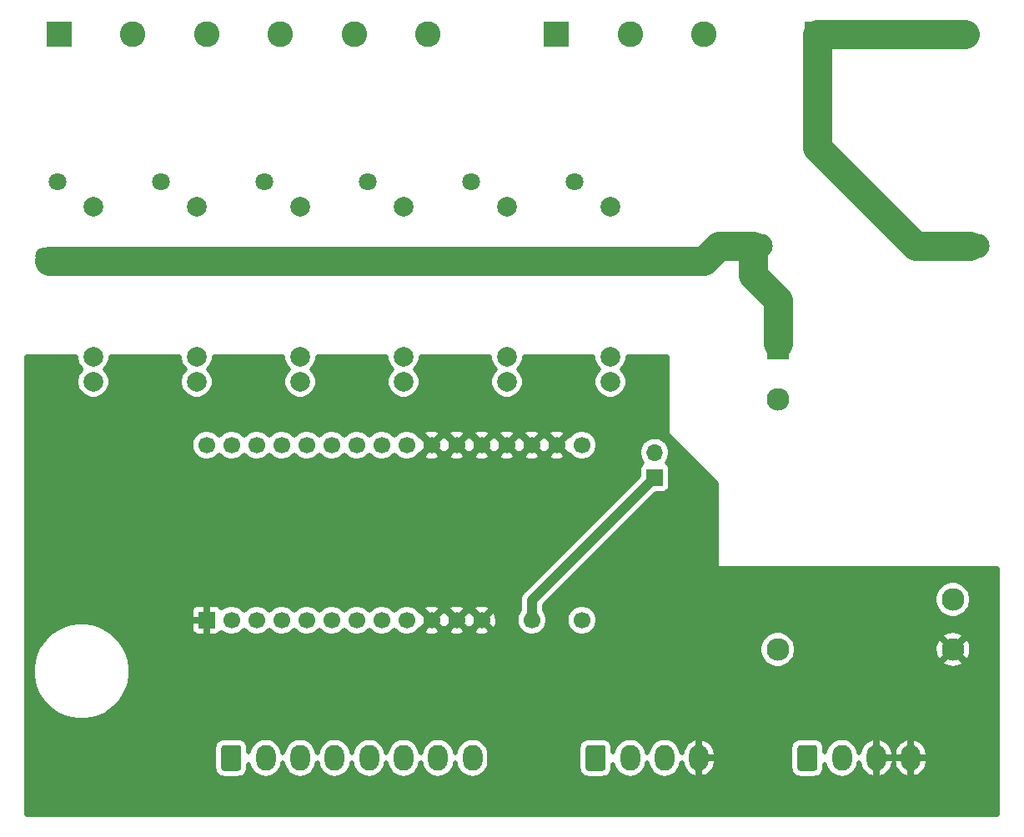
<source format=gbr>
%TF.GenerationSoftware,KiCad,Pcbnew,5.1.7-a382d34a8~87~ubuntu18.04.1*%
%TF.CreationDate,2020-10-18T18:02:23+02:00*%
%TF.ProjectId,thermodrive,74686572-6d6f-4647-9269-76652e6b6963,rev?*%
%TF.SameCoordinates,Original*%
%TF.FileFunction,Copper,L1,Top*%
%TF.FilePolarity,Positive*%
%FSLAX46Y46*%
G04 Gerber Fmt 4.6, Leading zero omitted, Abs format (unit mm)*
G04 Created by KiCad (PCBNEW 5.1.7-a382d34a8~87~ubuntu18.04.1) date 2020-10-18 18:02:23*
%MOMM*%
%LPD*%
G01*
G04 APERTURE LIST*
%TA.AperFunction,ComponentPad*%
%ADD10C,1.700000*%
%TD*%
%TA.AperFunction,ComponentPad*%
%ADD11R,1.700000X1.700000*%
%TD*%
%TA.AperFunction,ComponentPad*%
%ADD12O,1.700000X1.700000*%
%TD*%
%TA.AperFunction,ComponentPad*%
%ADD13O,2.000000X2.600000*%
%TD*%
%TA.AperFunction,ComponentPad*%
%ADD14C,1.800000*%
%TD*%
%TA.AperFunction,ComponentPad*%
%ADD15C,2.300000*%
%TD*%
%TA.AperFunction,ComponentPad*%
%ADD16R,2.300000X2.000000*%
%TD*%
%TA.AperFunction,ComponentPad*%
%ADD17O,4.000000X2.500000*%
%TD*%
%TA.AperFunction,ComponentPad*%
%ADD18C,1.998980*%
%TD*%
%TA.AperFunction,ComponentPad*%
%ADD19C,2.600000*%
%TD*%
%TA.AperFunction,ComponentPad*%
%ADD20R,2.600000X2.600000*%
%TD*%
%TA.AperFunction,Conductor*%
%ADD21C,3.000000*%
%TD*%
%TA.AperFunction,Conductor*%
%ADD22C,1.000000*%
%TD*%
%TA.AperFunction,Conductor*%
%ADD23C,0.508000*%
%TD*%
%TA.AperFunction,Conductor*%
%ADD24C,0.100000*%
%TD*%
G04 APERTURE END LIST*
D10*
%TO.P,U7,32*%
%TO.N,Net-(U7-Pad32)*%
X39500000Y-91220000D03*
%TO.P,U7,31*%
%TO.N,Net-(R1-Pad1)*%
X42040000Y-91220000D03*
%TO.P,U7,30*%
%TO.N,Net-(R2-Pad2)*%
X44580000Y-91220000D03*
%TO.P,U7,29*%
%TO.N,Net-(R3-Pad2)*%
X47120000Y-91220000D03*
%TO.P,U7,28*%
%TO.N,Net-(R4-Pad2)*%
X49660000Y-91220000D03*
%TO.P,U7,27*%
%TO.N,Net-(R5-Pad2)*%
X52200000Y-91220000D03*
%TO.P,U7,26*%
%TO.N,Net-(R6-Pad2)*%
X54740000Y-91220000D03*
%TO.P,U7,25*%
%TO.N,Net-(J6-Pad2)*%
X57280000Y-91220000D03*
%TO.P,U7,24*%
%TO.N,Net-(J6-Pad3)*%
X59820000Y-91220000D03*
%TO.P,U7,23*%
%TO.N,GND*%
X62360000Y-91220000D03*
%TO.P,U7,22*%
X64900000Y-91220000D03*
%TO.P,U7,21*%
X67440000Y-91220000D03*
%TO.P,U7,20*%
X69980000Y-91220000D03*
%TO.P,U7,19*%
X72520000Y-91220000D03*
%TO.P,U7,18*%
X75060000Y-91220000D03*
%TO.P,U7,17*%
%TO.N,N/C*%
X77600000Y-91220000D03*
%TO.P,U7,16*%
%TO.N,Net-(J6-Pad1)*%
X77600000Y-109000000D03*
%TO.P,U7,14*%
%TO.N,Net-(JP1-Pad1)*%
X72520000Y-109000000D03*
%TO.P,U7,12*%
%TO.N,GND*%
X67440000Y-109000000D03*
%TO.P,U7,11*%
X64900000Y-109000000D03*
%TO.P,U7,10*%
X62360000Y-109000000D03*
%TO.P,U7,9*%
%TO.N,Net-(J5-Pad8)*%
X59820000Y-109000000D03*
%TO.P,U7,8*%
%TO.N,Net-(J5-Pad7)*%
X57280000Y-109000000D03*
%TO.P,U7,7*%
%TO.N,Net-(J5-Pad6)*%
X54740000Y-109000000D03*
%TO.P,U7,6*%
%TO.N,Net-(J5-Pad5)*%
X52200000Y-109000000D03*
%TO.P,U7,5*%
%TO.N,Net-(J5-Pad4)*%
X49660000Y-109000000D03*
%TO.P,U7,4*%
%TO.N,Net-(J5-Pad3)*%
X47120000Y-109000000D03*
%TO.P,U7,3*%
%TO.N,Net-(J5-Pad2)*%
X44580000Y-109000000D03*
%TO.P,U7,2*%
%TO.N,Net-(J5-Pad1)*%
X42040000Y-109000000D03*
D11*
%TO.P,U7,1*%
%TO.N,GND*%
X39500000Y-109000000D03*
%TD*%
D12*
%TO.P,JP1,2*%
%TO.N,+3V3*%
X85000000Y-91960000D03*
D11*
%TO.P,JP1,1*%
%TO.N,Net-(JP1-Pad1)*%
X85000000Y-94500000D03*
%TD*%
D13*
%TO.P,J6,4*%
%TO.N,GND*%
X89500000Y-123000000D03*
%TO.P,J6,3*%
%TO.N,Net-(J6-Pad3)*%
X86000000Y-123000000D03*
%TO.P,J6,2*%
%TO.N,Net-(J6-Pad2)*%
X82500000Y-123000000D03*
%TO.P,J6,1*%
%TO.N,Net-(J6-Pad1)*%
%TA.AperFunction,ComponentPad*%
G36*
G01*
X78000000Y-124050000D02*
X78000000Y-121950000D01*
G75*
G02*
X78250000Y-121700000I250000J0D01*
G01*
X79750000Y-121700000D01*
G75*
G02*
X80000000Y-121950000I0J-250000D01*
G01*
X80000000Y-124050000D01*
G75*
G02*
X79750000Y-124300000I-250000J0D01*
G01*
X78250000Y-124300000D01*
G75*
G02*
X78000000Y-124050000I0J250000D01*
G01*
G37*
%TD.AperFunction*%
%TD*%
D14*
%TO.P,RV6,2*%
%TO.N,Net-(J2-Pad6)*%
X76900000Y-64500000D03*
%TO.P,RV6,1*%
%TO.N,/NET_L*%
X75500000Y-72000000D03*
%TD*%
D15*
%TO.P,PS1,16*%
%TO.N,+3V3*%
X115280000Y-106900000D03*
%TO.P,PS1,14*%
%TO.N,GND*%
X115280000Y-111980000D03*
%TO.P,PS1,3*%
%TO.N,/NET_N*%
X97500000Y-86580000D03*
D16*
%TO.P,PS1,1*%
%TO.N,/NET_L*%
X97500000Y-81500000D03*
D15*
%TO.P,PS1,5*%
%TO.N,Net-(PS1-Pad5)*%
X97500000Y-111980000D03*
%TD*%
D13*
%TO.P,J5,8*%
%TO.N,Net-(J5-Pad8)*%
X66500000Y-123000000D03*
%TO.P,J5,7*%
%TO.N,Net-(J5-Pad7)*%
X63000000Y-123000000D03*
%TO.P,J5,6*%
%TO.N,Net-(J5-Pad6)*%
X59500000Y-123000000D03*
%TO.P,J5,5*%
%TO.N,Net-(J5-Pad5)*%
X56000000Y-123000000D03*
%TO.P,J5,4*%
%TO.N,Net-(J5-Pad4)*%
X52500000Y-123000000D03*
%TO.P,J5,3*%
%TO.N,Net-(J5-Pad3)*%
X49000000Y-123000000D03*
%TO.P,J5,2*%
%TO.N,Net-(J5-Pad2)*%
X45500000Y-123000000D03*
%TO.P,J5,1*%
%TO.N,Net-(J5-Pad1)*%
%TA.AperFunction,ComponentPad*%
G36*
G01*
X41000000Y-124050000D02*
X41000000Y-121950000D01*
G75*
G02*
X41250000Y-121700000I250000J0D01*
G01*
X42750000Y-121700000D01*
G75*
G02*
X43000000Y-121950000I0J-250000D01*
G01*
X43000000Y-124050000D01*
G75*
G02*
X42750000Y-124300000I-250000J0D01*
G01*
X41250000Y-124300000D01*
G75*
G02*
X41000000Y-124050000I0J250000D01*
G01*
G37*
%TD.AperFunction*%
%TD*%
%TO.P,J4,4*%
%TO.N,GND*%
X111000000Y-123000000D03*
%TO.P,J4,3*%
X107500000Y-123000000D03*
%TO.P,J4,2*%
%TO.N,+3V3*%
X104000000Y-123000000D03*
%TO.P,J4,1*%
%TA.AperFunction,ComponentPad*%
G36*
G01*
X99500000Y-124050000D02*
X99500000Y-121950000D01*
G75*
G02*
X99750000Y-121700000I250000J0D01*
G01*
X101250000Y-121700000D01*
G75*
G02*
X101500000Y-121950000I0J-250000D01*
G01*
X101500000Y-124050000D01*
G75*
G02*
X101250000Y-124300000I-250000J0D01*
G01*
X99750000Y-124300000D01*
G75*
G02*
X99500000Y-124050000I0J250000D01*
G01*
G37*
%TD.AperFunction*%
%TD*%
D17*
%TO.P,F1,1*%
%TO.N,Net-(F1-Pad1)*%
X117000000Y-71000000D03*
%TO.P,F1,2*%
%TO.N,/NET_L*%
X95000000Y-71000000D03*
%TD*%
D18*
%TO.P,U6,4*%
%TO.N,Net-(J2-Pad6)*%
X80500000Y-67000000D03*
%TO.P,U6,3*%
%TO.N,/NET_L*%
X80500000Y-72080000D03*
%TO.P,U6,2*%
%TO.N,+3V3*%
X80500000Y-82240000D03*
%TO.P,U6,1*%
%TO.N,Net-(R6-Pad1)*%
X80500000Y-84780000D03*
%TD*%
%TO.P,U5,4*%
%TO.N,Net-(J2-Pad5)*%
X70000000Y-67000000D03*
%TO.P,U5,3*%
%TO.N,/NET_L*%
X70000000Y-72080000D03*
%TO.P,U5,2*%
%TO.N,+3V3*%
X70000000Y-82240000D03*
%TO.P,U5,1*%
%TO.N,Net-(R5-Pad1)*%
X70000000Y-84780000D03*
%TD*%
%TO.P,U4,4*%
%TO.N,Net-(J2-Pad4)*%
X59500000Y-67000000D03*
%TO.P,U4,3*%
%TO.N,/NET_L*%
X59500000Y-72080000D03*
%TO.P,U4,2*%
%TO.N,+3V3*%
X59500000Y-82240000D03*
%TO.P,U4,1*%
%TO.N,Net-(R4-Pad1)*%
X59500000Y-84780000D03*
%TD*%
%TO.P,U3,4*%
%TO.N,Net-(J2-Pad3)*%
X49000000Y-67000000D03*
%TO.P,U3,3*%
%TO.N,/NET_L*%
X49000000Y-72080000D03*
%TO.P,U3,2*%
%TO.N,+3V3*%
X49000000Y-82240000D03*
%TO.P,U3,1*%
%TO.N,Net-(R3-Pad1)*%
X49000000Y-84780000D03*
%TD*%
%TO.P,U2,4*%
%TO.N,Net-(J2-Pad2)*%
X38500000Y-67000000D03*
%TO.P,U2,3*%
%TO.N,/NET_L*%
X38500000Y-72080000D03*
%TO.P,U2,2*%
%TO.N,+3V3*%
X38500000Y-82240000D03*
%TO.P,U2,1*%
%TO.N,Net-(R2-Pad1)*%
X38500000Y-84780000D03*
%TD*%
%TO.P,U1,4*%
%TO.N,Net-(J2-Pad1)*%
X28000000Y-67000000D03*
%TO.P,U1,3*%
%TO.N,/NET_L*%
X28000000Y-72080000D03*
%TO.P,U1,2*%
%TO.N,+3V3*%
X28000000Y-82240000D03*
%TO.P,U1,1*%
%TO.N,Net-(R1-Pad2)*%
X28000000Y-84780000D03*
%TD*%
D14*
%TO.P,RV5,2*%
%TO.N,Net-(J2-Pad5)*%
X66400000Y-64500000D03*
%TO.P,RV5,1*%
%TO.N,/NET_L*%
X65000000Y-72000000D03*
%TD*%
%TO.P,RV4,2*%
%TO.N,Net-(J2-Pad4)*%
X55900000Y-64500000D03*
%TO.P,RV4,1*%
%TO.N,/NET_L*%
X54500000Y-72000000D03*
%TD*%
%TO.P,RV3,2*%
%TO.N,Net-(J2-Pad3)*%
X45400000Y-64500000D03*
%TO.P,RV3,1*%
%TO.N,/NET_L*%
X44000000Y-72000000D03*
%TD*%
%TO.P,RV2,2*%
%TO.N,Net-(J2-Pad2)*%
X34900000Y-64500000D03*
%TO.P,RV2,1*%
%TO.N,/NET_L*%
X33500000Y-72000000D03*
%TD*%
%TO.P,RV1,2*%
%TO.N,Net-(J2-Pad1)*%
X24400000Y-64500000D03*
%TO.P,RV1,1*%
%TO.N,/NET_L*%
X23000000Y-72000000D03*
%TD*%
D19*
%TO.P,J3,3*%
%TO.N,/NET_N*%
X90000000Y-49500000D03*
%TO.P,J3,2*%
X82500000Y-49500000D03*
D20*
%TO.P,J3,1*%
X75000000Y-49500000D03*
%TD*%
D19*
%TO.P,J2,6*%
%TO.N,Net-(J2-Pad6)*%
X62000000Y-49500000D03*
%TO.P,J2,5*%
%TO.N,Net-(J2-Pad5)*%
X54500000Y-49500000D03*
%TO.P,J2,4*%
%TO.N,Net-(J2-Pad4)*%
X47000000Y-49500000D03*
%TO.P,J2,3*%
%TO.N,Net-(J2-Pad3)*%
X39500000Y-49500000D03*
%TO.P,J2,2*%
%TO.N,Net-(J2-Pad2)*%
X32000000Y-49500000D03*
D20*
%TO.P,J2,1*%
%TO.N,Net-(J2-Pad1)*%
X24500000Y-49500000D03*
%TD*%
D19*
%TO.P,J1,3*%
%TO.N,Net-(F1-Pad1)*%
X116500000Y-49500000D03*
%TO.P,J1,2*%
X109000000Y-49500000D03*
D20*
%TO.P,J1,1*%
X101500000Y-49500000D03*
%TD*%
D21*
%TO.N,/NET_L*%
X91500000Y-71000000D02*
X95000000Y-71000000D01*
X23525010Y-72499491D02*
X90000509Y-72499491D01*
X90000509Y-72499491D02*
X91500000Y-71000000D01*
X95000000Y-71000000D02*
X95000000Y-74000000D01*
X97500000Y-76500000D02*
X97500000Y-80929999D01*
X95000000Y-74000000D02*
X97500000Y-76500000D01*
%TO.N,Net-(F1-Pad1)*%
X116500000Y-49500000D02*
X101500000Y-49500000D01*
X101500000Y-49500000D02*
X101500000Y-61000000D01*
X111500000Y-71000000D02*
X117000000Y-71000000D01*
X101500000Y-61000000D02*
X111500000Y-71000000D01*
D22*
%TO.N,Net-(JP1-Pad1)*%
X72520000Y-106980000D02*
X85000000Y-94500000D01*
X72520000Y-109000000D02*
X72520000Y-106980000D01*
%TD*%
D23*
%TO.N,GND*%
X26238510Y-82413492D02*
X26306203Y-82753808D01*
X26438988Y-83074378D01*
X26631761Y-83362884D01*
X26778877Y-83510000D01*
X26631761Y-83657116D01*
X26438988Y-83945622D01*
X26306203Y-84266192D01*
X26238510Y-84606508D01*
X26238510Y-84953492D01*
X26306203Y-85293808D01*
X26438988Y-85614378D01*
X26631761Y-85902884D01*
X26877116Y-86148239D01*
X27165622Y-86341012D01*
X27486192Y-86473797D01*
X27826508Y-86541490D01*
X28173492Y-86541490D01*
X28513808Y-86473797D01*
X28834378Y-86341012D01*
X29122884Y-86148239D01*
X29368239Y-85902884D01*
X29561012Y-85614378D01*
X29693797Y-85293808D01*
X29761490Y-84953492D01*
X29761490Y-84606508D01*
X29693797Y-84266192D01*
X29561012Y-83945622D01*
X29368239Y-83657116D01*
X29221123Y-83510000D01*
X29368239Y-83362884D01*
X29561012Y-83074378D01*
X29693797Y-82753808D01*
X29761490Y-82413492D01*
X29761490Y-82254000D01*
X36738510Y-82254000D01*
X36738510Y-82413492D01*
X36806203Y-82753808D01*
X36938988Y-83074378D01*
X37131761Y-83362884D01*
X37278877Y-83510000D01*
X37131761Y-83657116D01*
X36938988Y-83945622D01*
X36806203Y-84266192D01*
X36738510Y-84606508D01*
X36738510Y-84953492D01*
X36806203Y-85293808D01*
X36938988Y-85614378D01*
X37131761Y-85902884D01*
X37377116Y-86148239D01*
X37665622Y-86341012D01*
X37986192Y-86473797D01*
X38326508Y-86541490D01*
X38673492Y-86541490D01*
X39013808Y-86473797D01*
X39334378Y-86341012D01*
X39622884Y-86148239D01*
X39868239Y-85902884D01*
X40061012Y-85614378D01*
X40193797Y-85293808D01*
X40261490Y-84953492D01*
X40261490Y-84606508D01*
X40193797Y-84266192D01*
X40061012Y-83945622D01*
X39868239Y-83657116D01*
X39721123Y-83510000D01*
X39868239Y-83362884D01*
X40061012Y-83074378D01*
X40193797Y-82753808D01*
X40261490Y-82413492D01*
X40261490Y-82254000D01*
X47238510Y-82254000D01*
X47238510Y-82413492D01*
X47306203Y-82753808D01*
X47438988Y-83074378D01*
X47631761Y-83362884D01*
X47778877Y-83510000D01*
X47631761Y-83657116D01*
X47438988Y-83945622D01*
X47306203Y-84266192D01*
X47238510Y-84606508D01*
X47238510Y-84953492D01*
X47306203Y-85293808D01*
X47438988Y-85614378D01*
X47631761Y-85902884D01*
X47877116Y-86148239D01*
X48165622Y-86341012D01*
X48486192Y-86473797D01*
X48826508Y-86541490D01*
X49173492Y-86541490D01*
X49513808Y-86473797D01*
X49834378Y-86341012D01*
X50122884Y-86148239D01*
X50368239Y-85902884D01*
X50561012Y-85614378D01*
X50693797Y-85293808D01*
X50761490Y-84953492D01*
X50761490Y-84606508D01*
X50693797Y-84266192D01*
X50561012Y-83945622D01*
X50368239Y-83657116D01*
X50221123Y-83510000D01*
X50368239Y-83362884D01*
X50561012Y-83074378D01*
X50693797Y-82753808D01*
X50761490Y-82413492D01*
X50761490Y-82254000D01*
X57738510Y-82254000D01*
X57738510Y-82413492D01*
X57806203Y-82753808D01*
X57938988Y-83074378D01*
X58131761Y-83362884D01*
X58278877Y-83510000D01*
X58131761Y-83657116D01*
X57938988Y-83945622D01*
X57806203Y-84266192D01*
X57738510Y-84606508D01*
X57738510Y-84953492D01*
X57806203Y-85293808D01*
X57938988Y-85614378D01*
X58131761Y-85902884D01*
X58377116Y-86148239D01*
X58665622Y-86341012D01*
X58986192Y-86473797D01*
X59326508Y-86541490D01*
X59673492Y-86541490D01*
X60013808Y-86473797D01*
X60334378Y-86341012D01*
X60622884Y-86148239D01*
X60868239Y-85902884D01*
X61061012Y-85614378D01*
X61193797Y-85293808D01*
X61261490Y-84953492D01*
X61261490Y-84606508D01*
X61193797Y-84266192D01*
X61061012Y-83945622D01*
X60868239Y-83657116D01*
X60721123Y-83510000D01*
X60868239Y-83362884D01*
X61061012Y-83074378D01*
X61193797Y-82753808D01*
X61261490Y-82413492D01*
X61261490Y-82254000D01*
X68238510Y-82254000D01*
X68238510Y-82413492D01*
X68306203Y-82753808D01*
X68438988Y-83074378D01*
X68631761Y-83362884D01*
X68778877Y-83510000D01*
X68631761Y-83657116D01*
X68438988Y-83945622D01*
X68306203Y-84266192D01*
X68238510Y-84606508D01*
X68238510Y-84953492D01*
X68306203Y-85293808D01*
X68438988Y-85614378D01*
X68631761Y-85902884D01*
X68877116Y-86148239D01*
X69165622Y-86341012D01*
X69486192Y-86473797D01*
X69826508Y-86541490D01*
X70173492Y-86541490D01*
X70513808Y-86473797D01*
X70834378Y-86341012D01*
X71122884Y-86148239D01*
X71368239Y-85902884D01*
X71561012Y-85614378D01*
X71693797Y-85293808D01*
X71761490Y-84953492D01*
X71761490Y-84606508D01*
X71693797Y-84266192D01*
X71561012Y-83945622D01*
X71368239Y-83657116D01*
X71221123Y-83510000D01*
X71368239Y-83362884D01*
X71561012Y-83074378D01*
X71693797Y-82753808D01*
X71761490Y-82413492D01*
X71761490Y-82254000D01*
X78738510Y-82254000D01*
X78738510Y-82413492D01*
X78806203Y-82753808D01*
X78938988Y-83074378D01*
X79131761Y-83362884D01*
X79278877Y-83510000D01*
X79131761Y-83657116D01*
X78938988Y-83945622D01*
X78806203Y-84266192D01*
X78738510Y-84606508D01*
X78738510Y-84953492D01*
X78806203Y-85293808D01*
X78938988Y-85614378D01*
X79131761Y-85902884D01*
X79377116Y-86148239D01*
X79665622Y-86341012D01*
X79986192Y-86473797D01*
X80326508Y-86541490D01*
X80673492Y-86541490D01*
X81013808Y-86473797D01*
X81334378Y-86341012D01*
X81622884Y-86148239D01*
X81868239Y-85902884D01*
X82061012Y-85614378D01*
X82193797Y-85293808D01*
X82261490Y-84953492D01*
X82261490Y-84606508D01*
X82193797Y-84266192D01*
X82061012Y-83945622D01*
X81868239Y-83657116D01*
X81721123Y-83510000D01*
X81868239Y-83362884D01*
X82061012Y-83074378D01*
X82193797Y-82753808D01*
X82261490Y-82413492D01*
X82261490Y-82254000D01*
X86246000Y-82254000D01*
X86246000Y-90000000D01*
X86250881Y-90049553D01*
X86265335Y-90097202D01*
X86288807Y-90141115D01*
X86320395Y-90179605D01*
X91246000Y-95105210D01*
X91246000Y-103500000D01*
X91250881Y-103549553D01*
X91265335Y-103597202D01*
X91288807Y-103641115D01*
X91320395Y-103679605D01*
X91358885Y-103711193D01*
X91402798Y-103734665D01*
X91450447Y-103749119D01*
X91500000Y-103754000D01*
X119746000Y-103754000D01*
X119746000Y-128746000D01*
X21254000Y-128746000D01*
X21254000Y-121950000D01*
X40234314Y-121950000D01*
X40234314Y-124050000D01*
X40253830Y-124248151D01*
X40311628Y-124438686D01*
X40405488Y-124614285D01*
X40531802Y-124768198D01*
X40685715Y-124894512D01*
X40861314Y-124988372D01*
X41051849Y-125046170D01*
X41250000Y-125065686D01*
X42750000Y-125065686D01*
X42948151Y-125046170D01*
X43138686Y-124988372D01*
X43314285Y-124894512D01*
X43468198Y-124768198D01*
X43594512Y-124614285D01*
X43688372Y-124438686D01*
X43746170Y-124248151D01*
X43765686Y-124050000D01*
X43765686Y-123652635D01*
X43864248Y-123977551D01*
X44027862Y-124283651D01*
X44248050Y-124551950D01*
X44516350Y-124772138D01*
X44822450Y-124935752D01*
X45154589Y-125036505D01*
X45500000Y-125070525D01*
X45845412Y-125036505D01*
X46177551Y-124935752D01*
X46483651Y-124772138D01*
X46751950Y-124551950D01*
X46972138Y-124283651D01*
X47135752Y-123977551D01*
X47236505Y-123645411D01*
X47250000Y-123508394D01*
X47263495Y-123645412D01*
X47364248Y-123977551D01*
X47527862Y-124283651D01*
X47748050Y-124551950D01*
X48016350Y-124772138D01*
X48322450Y-124935752D01*
X48654589Y-125036505D01*
X49000000Y-125070525D01*
X49345412Y-125036505D01*
X49677551Y-124935752D01*
X49983651Y-124772138D01*
X50251950Y-124551950D01*
X50472138Y-124283651D01*
X50635752Y-123977551D01*
X50736505Y-123645411D01*
X50750000Y-123508394D01*
X50763495Y-123645412D01*
X50864248Y-123977551D01*
X51027862Y-124283651D01*
X51248050Y-124551950D01*
X51516350Y-124772138D01*
X51822450Y-124935752D01*
X52154589Y-125036505D01*
X52500000Y-125070525D01*
X52845412Y-125036505D01*
X53177551Y-124935752D01*
X53483651Y-124772138D01*
X53751950Y-124551950D01*
X53972138Y-124283651D01*
X54135752Y-123977551D01*
X54236505Y-123645411D01*
X54250000Y-123508394D01*
X54263495Y-123645412D01*
X54364248Y-123977551D01*
X54527862Y-124283651D01*
X54748050Y-124551950D01*
X55016350Y-124772138D01*
X55322450Y-124935752D01*
X55654589Y-125036505D01*
X56000000Y-125070525D01*
X56345412Y-125036505D01*
X56677551Y-124935752D01*
X56983651Y-124772138D01*
X57251950Y-124551950D01*
X57472138Y-124283651D01*
X57635752Y-123977551D01*
X57736505Y-123645411D01*
X57750000Y-123508394D01*
X57763495Y-123645412D01*
X57864248Y-123977551D01*
X58027862Y-124283651D01*
X58248050Y-124551950D01*
X58516350Y-124772138D01*
X58822450Y-124935752D01*
X59154589Y-125036505D01*
X59500000Y-125070525D01*
X59845412Y-125036505D01*
X60177551Y-124935752D01*
X60483651Y-124772138D01*
X60751950Y-124551950D01*
X60972138Y-124283651D01*
X61135752Y-123977551D01*
X61236505Y-123645411D01*
X61250000Y-123508394D01*
X61263495Y-123645412D01*
X61364248Y-123977551D01*
X61527862Y-124283651D01*
X61748050Y-124551950D01*
X62016350Y-124772138D01*
X62322450Y-124935752D01*
X62654589Y-125036505D01*
X63000000Y-125070525D01*
X63345412Y-125036505D01*
X63677551Y-124935752D01*
X63983651Y-124772138D01*
X64251950Y-124551950D01*
X64472138Y-124283651D01*
X64635752Y-123977551D01*
X64736505Y-123645411D01*
X64750000Y-123508394D01*
X64763495Y-123645412D01*
X64864248Y-123977551D01*
X65027862Y-124283651D01*
X65248050Y-124551950D01*
X65516350Y-124772138D01*
X65822450Y-124935752D01*
X66154589Y-125036505D01*
X66500000Y-125070525D01*
X66845412Y-125036505D01*
X67177551Y-124935752D01*
X67483651Y-124772138D01*
X67751950Y-124551950D01*
X67972138Y-124283651D01*
X68135752Y-123977551D01*
X68236505Y-123645411D01*
X68262000Y-123386555D01*
X68262000Y-122613444D01*
X68236505Y-122354588D01*
X68135752Y-122022449D01*
X68097028Y-121950000D01*
X77234314Y-121950000D01*
X77234314Y-124050000D01*
X77253830Y-124248151D01*
X77311628Y-124438686D01*
X77405488Y-124614285D01*
X77531802Y-124768198D01*
X77685715Y-124894512D01*
X77861314Y-124988372D01*
X78051849Y-125046170D01*
X78250000Y-125065686D01*
X79750000Y-125065686D01*
X79948151Y-125046170D01*
X80138686Y-124988372D01*
X80314285Y-124894512D01*
X80468198Y-124768198D01*
X80594512Y-124614285D01*
X80688372Y-124438686D01*
X80746170Y-124248151D01*
X80765686Y-124050000D01*
X80765686Y-123652635D01*
X80864248Y-123977551D01*
X81027862Y-124283651D01*
X81248050Y-124551950D01*
X81516350Y-124772138D01*
X81822450Y-124935752D01*
X82154589Y-125036505D01*
X82500000Y-125070525D01*
X82845412Y-125036505D01*
X83177551Y-124935752D01*
X83483651Y-124772138D01*
X83751950Y-124551950D01*
X83972138Y-124283651D01*
X84135752Y-123977551D01*
X84236505Y-123645411D01*
X84250000Y-123508394D01*
X84263495Y-123645412D01*
X84364248Y-123977551D01*
X84527862Y-124283651D01*
X84748050Y-124551950D01*
X85016350Y-124772138D01*
X85322450Y-124935752D01*
X85654589Y-125036505D01*
X86000000Y-125070525D01*
X86345412Y-125036505D01*
X86677551Y-124935752D01*
X86983651Y-124772138D01*
X87251950Y-124551950D01*
X87472138Y-124283651D01*
X87635752Y-123977551D01*
X87736505Y-123645411D01*
X87752064Y-123487441D01*
X87790585Y-123737905D01*
X87908862Y-124062981D01*
X88088285Y-124358736D01*
X88321960Y-124613805D01*
X88600906Y-124818385D01*
X88914404Y-124964614D01*
X89129954Y-125022704D01*
X89404000Y-124868565D01*
X89404000Y-123096000D01*
X89596000Y-123096000D01*
X89596000Y-124868565D01*
X89870046Y-125022704D01*
X90085596Y-124964614D01*
X90399094Y-124818385D01*
X90678040Y-124613805D01*
X90911715Y-124358736D01*
X91091138Y-124062981D01*
X91209415Y-123737905D01*
X91262000Y-123396000D01*
X91262000Y-123096000D01*
X89596000Y-123096000D01*
X89404000Y-123096000D01*
X89384000Y-123096000D01*
X89384000Y-122904000D01*
X89404000Y-122904000D01*
X89404000Y-121131435D01*
X89596000Y-121131435D01*
X89596000Y-122904000D01*
X91262000Y-122904000D01*
X91262000Y-122604000D01*
X91209415Y-122262095D01*
X91095862Y-121950000D01*
X98734314Y-121950000D01*
X98734314Y-124050000D01*
X98753830Y-124248151D01*
X98811628Y-124438686D01*
X98905488Y-124614285D01*
X99031802Y-124768198D01*
X99185715Y-124894512D01*
X99361314Y-124988372D01*
X99551849Y-125046170D01*
X99750000Y-125065686D01*
X101250000Y-125065686D01*
X101448151Y-125046170D01*
X101638686Y-124988372D01*
X101814285Y-124894512D01*
X101968198Y-124768198D01*
X102094512Y-124614285D01*
X102188372Y-124438686D01*
X102246170Y-124248151D01*
X102265686Y-124050000D01*
X102265686Y-123652635D01*
X102364248Y-123977551D01*
X102527862Y-124283651D01*
X102748050Y-124551950D01*
X103016350Y-124772138D01*
X103322450Y-124935752D01*
X103654589Y-125036505D01*
X104000000Y-125070525D01*
X104345412Y-125036505D01*
X104677551Y-124935752D01*
X104983651Y-124772138D01*
X105251950Y-124551950D01*
X105472138Y-124283651D01*
X105635752Y-123977551D01*
X105736505Y-123645411D01*
X105752064Y-123487441D01*
X105790585Y-123737905D01*
X105908862Y-124062981D01*
X106088285Y-124358736D01*
X106321960Y-124613805D01*
X106600906Y-124818385D01*
X106914404Y-124964614D01*
X107129954Y-125022704D01*
X107404000Y-124868565D01*
X107404000Y-123096000D01*
X107596000Y-123096000D01*
X107596000Y-124868565D01*
X107870046Y-125022704D01*
X108085596Y-124964614D01*
X108399094Y-124818385D01*
X108678040Y-124613805D01*
X108911715Y-124358736D01*
X109091138Y-124062981D01*
X109209415Y-123737905D01*
X109250000Y-123474023D01*
X109290585Y-123737905D01*
X109408862Y-124062981D01*
X109588285Y-124358736D01*
X109821960Y-124613805D01*
X110100906Y-124818385D01*
X110414404Y-124964614D01*
X110629954Y-125022704D01*
X110904000Y-124868565D01*
X110904000Y-123096000D01*
X111096000Y-123096000D01*
X111096000Y-124868565D01*
X111370046Y-125022704D01*
X111585596Y-124964614D01*
X111899094Y-124818385D01*
X112178040Y-124613805D01*
X112411715Y-124358736D01*
X112591138Y-124062981D01*
X112709415Y-123737905D01*
X112762000Y-123396000D01*
X112762000Y-123096000D01*
X111096000Y-123096000D01*
X110904000Y-123096000D01*
X107596000Y-123096000D01*
X107404000Y-123096000D01*
X107384000Y-123096000D01*
X107384000Y-122904000D01*
X107404000Y-122904000D01*
X107404000Y-121131435D01*
X107596000Y-121131435D01*
X107596000Y-122904000D01*
X110904000Y-122904000D01*
X110904000Y-121131435D01*
X111096000Y-121131435D01*
X111096000Y-122904000D01*
X112762000Y-122904000D01*
X112762000Y-122604000D01*
X112709415Y-122262095D01*
X112591138Y-121937019D01*
X112411715Y-121641264D01*
X112178040Y-121386195D01*
X111899094Y-121181615D01*
X111585596Y-121035386D01*
X111370046Y-120977296D01*
X111096000Y-121131435D01*
X110904000Y-121131435D01*
X110629954Y-120977296D01*
X110414404Y-121035386D01*
X110100906Y-121181615D01*
X109821960Y-121386195D01*
X109588285Y-121641264D01*
X109408862Y-121937019D01*
X109290585Y-122262095D01*
X109250000Y-122525977D01*
X109209415Y-122262095D01*
X109091138Y-121937019D01*
X108911715Y-121641264D01*
X108678040Y-121386195D01*
X108399094Y-121181615D01*
X108085596Y-121035386D01*
X107870046Y-120977296D01*
X107596000Y-121131435D01*
X107404000Y-121131435D01*
X107129954Y-120977296D01*
X106914404Y-121035386D01*
X106600906Y-121181615D01*
X106321960Y-121386195D01*
X106088285Y-121641264D01*
X105908862Y-121937019D01*
X105790585Y-122262095D01*
X105752064Y-122512559D01*
X105736505Y-122354588D01*
X105635752Y-122022449D01*
X105472138Y-121716349D01*
X105251950Y-121448050D01*
X104983650Y-121227862D01*
X104677550Y-121064248D01*
X104345411Y-120963495D01*
X104000000Y-120929475D01*
X103654588Y-120963495D01*
X103322449Y-121064248D01*
X103016349Y-121227862D01*
X102748050Y-121448050D01*
X102527862Y-121716350D01*
X102364248Y-122022450D01*
X102265686Y-122347366D01*
X102265686Y-121950000D01*
X102246170Y-121751849D01*
X102188372Y-121561314D01*
X102094512Y-121385715D01*
X101968198Y-121231802D01*
X101814285Y-121105488D01*
X101638686Y-121011628D01*
X101448151Y-120953830D01*
X101250000Y-120934314D01*
X99750000Y-120934314D01*
X99551849Y-120953830D01*
X99361314Y-121011628D01*
X99185715Y-121105488D01*
X99031802Y-121231802D01*
X98905488Y-121385715D01*
X98811628Y-121561314D01*
X98753830Y-121751849D01*
X98734314Y-121950000D01*
X91095862Y-121950000D01*
X91091138Y-121937019D01*
X90911715Y-121641264D01*
X90678040Y-121386195D01*
X90399094Y-121181615D01*
X90085596Y-121035386D01*
X89870046Y-120977296D01*
X89596000Y-121131435D01*
X89404000Y-121131435D01*
X89129954Y-120977296D01*
X88914404Y-121035386D01*
X88600906Y-121181615D01*
X88321960Y-121386195D01*
X88088285Y-121641264D01*
X87908862Y-121937019D01*
X87790585Y-122262095D01*
X87752064Y-122512559D01*
X87736505Y-122354588D01*
X87635752Y-122022449D01*
X87472138Y-121716349D01*
X87251950Y-121448050D01*
X86983650Y-121227862D01*
X86677550Y-121064248D01*
X86345411Y-120963495D01*
X86000000Y-120929475D01*
X85654588Y-120963495D01*
X85322449Y-121064248D01*
X85016349Y-121227862D01*
X84748050Y-121448050D01*
X84527862Y-121716350D01*
X84364248Y-122022450D01*
X84263495Y-122354589D01*
X84250000Y-122491606D01*
X84236505Y-122354588D01*
X84135752Y-122022449D01*
X83972138Y-121716349D01*
X83751950Y-121448050D01*
X83483650Y-121227862D01*
X83177550Y-121064248D01*
X82845411Y-120963495D01*
X82500000Y-120929475D01*
X82154588Y-120963495D01*
X81822449Y-121064248D01*
X81516349Y-121227862D01*
X81248050Y-121448050D01*
X81027862Y-121716350D01*
X80864248Y-122022450D01*
X80765686Y-122347366D01*
X80765686Y-121950000D01*
X80746170Y-121751849D01*
X80688372Y-121561314D01*
X80594512Y-121385715D01*
X80468198Y-121231802D01*
X80314285Y-121105488D01*
X80138686Y-121011628D01*
X79948151Y-120953830D01*
X79750000Y-120934314D01*
X78250000Y-120934314D01*
X78051849Y-120953830D01*
X77861314Y-121011628D01*
X77685715Y-121105488D01*
X77531802Y-121231802D01*
X77405488Y-121385715D01*
X77311628Y-121561314D01*
X77253830Y-121751849D01*
X77234314Y-121950000D01*
X68097028Y-121950000D01*
X67972138Y-121716349D01*
X67751950Y-121448050D01*
X67483650Y-121227862D01*
X67177550Y-121064248D01*
X66845411Y-120963495D01*
X66500000Y-120929475D01*
X66154588Y-120963495D01*
X65822449Y-121064248D01*
X65516349Y-121227862D01*
X65248050Y-121448050D01*
X65027862Y-121716350D01*
X64864248Y-122022450D01*
X64763495Y-122354589D01*
X64750000Y-122491606D01*
X64736505Y-122354588D01*
X64635752Y-122022449D01*
X64472138Y-121716349D01*
X64251950Y-121448050D01*
X63983650Y-121227862D01*
X63677550Y-121064248D01*
X63345411Y-120963495D01*
X63000000Y-120929475D01*
X62654588Y-120963495D01*
X62322449Y-121064248D01*
X62016349Y-121227862D01*
X61748050Y-121448050D01*
X61527862Y-121716350D01*
X61364248Y-122022450D01*
X61263495Y-122354589D01*
X61250000Y-122491606D01*
X61236505Y-122354588D01*
X61135752Y-122022449D01*
X60972138Y-121716349D01*
X60751950Y-121448050D01*
X60483650Y-121227862D01*
X60177550Y-121064248D01*
X59845411Y-120963495D01*
X59500000Y-120929475D01*
X59154588Y-120963495D01*
X58822449Y-121064248D01*
X58516349Y-121227862D01*
X58248050Y-121448050D01*
X58027862Y-121716350D01*
X57864248Y-122022450D01*
X57763495Y-122354589D01*
X57750000Y-122491606D01*
X57736505Y-122354588D01*
X57635752Y-122022449D01*
X57472138Y-121716349D01*
X57251950Y-121448050D01*
X56983650Y-121227862D01*
X56677550Y-121064248D01*
X56345411Y-120963495D01*
X56000000Y-120929475D01*
X55654588Y-120963495D01*
X55322449Y-121064248D01*
X55016349Y-121227862D01*
X54748050Y-121448050D01*
X54527862Y-121716350D01*
X54364248Y-122022450D01*
X54263495Y-122354589D01*
X54250000Y-122491606D01*
X54236505Y-122354588D01*
X54135752Y-122022449D01*
X53972138Y-121716349D01*
X53751950Y-121448050D01*
X53483650Y-121227862D01*
X53177550Y-121064248D01*
X52845411Y-120963495D01*
X52500000Y-120929475D01*
X52154588Y-120963495D01*
X51822449Y-121064248D01*
X51516349Y-121227862D01*
X51248050Y-121448050D01*
X51027862Y-121716350D01*
X50864248Y-122022450D01*
X50763495Y-122354589D01*
X50750000Y-122491606D01*
X50736505Y-122354588D01*
X50635752Y-122022449D01*
X50472138Y-121716349D01*
X50251950Y-121448050D01*
X49983650Y-121227862D01*
X49677550Y-121064248D01*
X49345411Y-120963495D01*
X49000000Y-120929475D01*
X48654588Y-120963495D01*
X48322449Y-121064248D01*
X48016349Y-121227862D01*
X47748050Y-121448050D01*
X47527862Y-121716350D01*
X47364248Y-122022450D01*
X47263495Y-122354589D01*
X47250000Y-122491606D01*
X47236505Y-122354588D01*
X47135752Y-122022449D01*
X46972138Y-121716349D01*
X46751950Y-121448050D01*
X46483650Y-121227862D01*
X46177550Y-121064248D01*
X45845411Y-120963495D01*
X45500000Y-120929475D01*
X45154588Y-120963495D01*
X44822449Y-121064248D01*
X44516349Y-121227862D01*
X44248050Y-121448050D01*
X44027862Y-121716350D01*
X43864248Y-122022450D01*
X43765686Y-122347366D01*
X43765686Y-121950000D01*
X43746170Y-121751849D01*
X43688372Y-121561314D01*
X43594512Y-121385715D01*
X43468198Y-121231802D01*
X43314285Y-121105488D01*
X43138686Y-121011628D01*
X42948151Y-120953830D01*
X42750000Y-120934314D01*
X41250000Y-120934314D01*
X41051849Y-120953830D01*
X40861314Y-121011628D01*
X40685715Y-121105488D01*
X40531802Y-121231802D01*
X40405488Y-121385715D01*
X40311628Y-121561314D01*
X40253830Y-121751849D01*
X40234314Y-121950000D01*
X21254000Y-121950000D01*
X21254000Y-113707149D01*
X21796000Y-113707149D01*
X21796000Y-114692851D01*
X21988301Y-115659613D01*
X22365513Y-116570283D01*
X22913140Y-117389864D01*
X23610136Y-118086860D01*
X24429717Y-118634487D01*
X25340387Y-119011699D01*
X26307149Y-119204000D01*
X27292851Y-119204000D01*
X28259613Y-119011699D01*
X29170283Y-118634487D01*
X29989864Y-118086860D01*
X30686860Y-117389864D01*
X31234487Y-116570283D01*
X31611699Y-115659613D01*
X31804000Y-114692851D01*
X31804000Y-113707149D01*
X31611699Y-112740387D01*
X31234487Y-111829717D01*
X31209075Y-111791684D01*
X95588000Y-111791684D01*
X95588000Y-112168316D01*
X95661477Y-112537710D01*
X95805608Y-112885671D01*
X96014853Y-113198829D01*
X96281171Y-113465147D01*
X96594329Y-113674392D01*
X96942290Y-113818523D01*
X97311684Y-113892000D01*
X97688316Y-113892000D01*
X98057710Y-113818523D01*
X98405671Y-113674392D01*
X98718829Y-113465147D01*
X98914152Y-113269824D01*
X114125940Y-113269824D01*
X114229794Y-113588811D01*
X114563837Y-113762783D01*
X114925402Y-113868244D01*
X115300593Y-113901141D01*
X115674993Y-113860209D01*
X116034214Y-113747022D01*
X116330206Y-113588811D01*
X116434060Y-113269824D01*
X115280000Y-112115765D01*
X114125940Y-113269824D01*
X98914152Y-113269824D01*
X98985147Y-113198829D01*
X99194392Y-112885671D01*
X99338523Y-112537710D01*
X99412000Y-112168316D01*
X99412000Y-112000593D01*
X113358859Y-112000593D01*
X113399791Y-112374993D01*
X113512978Y-112734214D01*
X113671189Y-113030206D01*
X113990176Y-113134060D01*
X115144235Y-111980000D01*
X115415765Y-111980000D01*
X116569824Y-113134060D01*
X116888811Y-113030206D01*
X117062783Y-112696163D01*
X117168244Y-112334598D01*
X117201141Y-111959407D01*
X117160209Y-111585007D01*
X117047022Y-111225786D01*
X116888811Y-110929794D01*
X116569824Y-110825940D01*
X115415765Y-111980000D01*
X115144235Y-111980000D01*
X113990176Y-110825940D01*
X113671189Y-110929794D01*
X113497217Y-111263837D01*
X113391756Y-111625402D01*
X113358859Y-112000593D01*
X99412000Y-112000593D01*
X99412000Y-111791684D01*
X99338523Y-111422290D01*
X99194392Y-111074329D01*
X98985147Y-110761171D01*
X98914152Y-110690176D01*
X114125940Y-110690176D01*
X115280000Y-111844235D01*
X116434060Y-110690176D01*
X116330206Y-110371189D01*
X115996163Y-110197217D01*
X115634598Y-110091756D01*
X115259407Y-110058859D01*
X114885007Y-110099791D01*
X114525786Y-110212978D01*
X114229794Y-110371189D01*
X114125940Y-110690176D01*
X98914152Y-110690176D01*
X98718829Y-110494853D01*
X98405671Y-110285608D01*
X98057710Y-110141477D01*
X97688316Y-110068000D01*
X97311684Y-110068000D01*
X96942290Y-110141477D01*
X96594329Y-110285608D01*
X96281171Y-110494853D01*
X96014853Y-110761171D01*
X95805608Y-111074329D01*
X95661477Y-111422290D01*
X95588000Y-111791684D01*
X31209075Y-111791684D01*
X30686860Y-111010136D01*
X29989864Y-110313140D01*
X29296727Y-109850000D01*
X37884313Y-109850000D01*
X37899025Y-109999378D01*
X37942597Y-110143016D01*
X38013355Y-110275393D01*
X38108578Y-110391422D01*
X38224607Y-110486645D01*
X38356984Y-110557403D01*
X38500622Y-110600975D01*
X38650000Y-110615687D01*
X39213500Y-110612000D01*
X39404000Y-110421500D01*
X39404000Y-109096000D01*
X38078500Y-109096000D01*
X37888000Y-109286500D01*
X37884313Y-109850000D01*
X29296727Y-109850000D01*
X29170283Y-109765513D01*
X28259613Y-109388301D01*
X27292851Y-109196000D01*
X26307149Y-109196000D01*
X25340387Y-109388301D01*
X24429717Y-109765513D01*
X23610136Y-110313140D01*
X22913140Y-111010136D01*
X22365513Y-111829717D01*
X21988301Y-112740387D01*
X21796000Y-113707149D01*
X21254000Y-113707149D01*
X21254000Y-108150000D01*
X37884313Y-108150000D01*
X37888000Y-108713500D01*
X38078500Y-108904000D01*
X39404000Y-108904000D01*
X39404000Y-107578500D01*
X39596000Y-107578500D01*
X39596000Y-108904000D01*
X39616000Y-108904000D01*
X39616000Y-109096000D01*
X39596000Y-109096000D01*
X39596000Y-110421500D01*
X39786500Y-110612000D01*
X40350000Y-110615687D01*
X40499378Y-110600975D01*
X40643016Y-110557403D01*
X40775393Y-110486645D01*
X40891422Y-110391422D01*
X40986645Y-110275393D01*
X41003726Y-110243438D01*
X41012410Y-110252122D01*
X41276432Y-110428536D01*
X41569797Y-110550052D01*
X41881232Y-110612000D01*
X42198768Y-110612000D01*
X42510203Y-110550052D01*
X42803568Y-110428536D01*
X43067590Y-110252122D01*
X43292122Y-110027590D01*
X43310000Y-110000834D01*
X43327878Y-110027590D01*
X43552410Y-110252122D01*
X43816432Y-110428536D01*
X44109797Y-110550052D01*
X44421232Y-110612000D01*
X44738768Y-110612000D01*
X45050203Y-110550052D01*
X45343568Y-110428536D01*
X45607590Y-110252122D01*
X45832122Y-110027590D01*
X45850000Y-110000834D01*
X45867878Y-110027590D01*
X46092410Y-110252122D01*
X46356432Y-110428536D01*
X46649797Y-110550052D01*
X46961232Y-110612000D01*
X47278768Y-110612000D01*
X47590203Y-110550052D01*
X47883568Y-110428536D01*
X48147590Y-110252122D01*
X48372122Y-110027590D01*
X48390000Y-110000834D01*
X48407878Y-110027590D01*
X48632410Y-110252122D01*
X48896432Y-110428536D01*
X49189797Y-110550052D01*
X49501232Y-110612000D01*
X49818768Y-110612000D01*
X50130203Y-110550052D01*
X50423568Y-110428536D01*
X50687590Y-110252122D01*
X50912122Y-110027590D01*
X50930000Y-110000834D01*
X50947878Y-110027590D01*
X51172410Y-110252122D01*
X51436432Y-110428536D01*
X51729797Y-110550052D01*
X52041232Y-110612000D01*
X52358768Y-110612000D01*
X52670203Y-110550052D01*
X52963568Y-110428536D01*
X53227590Y-110252122D01*
X53452122Y-110027590D01*
X53470000Y-110000834D01*
X53487878Y-110027590D01*
X53712410Y-110252122D01*
X53976432Y-110428536D01*
X54269797Y-110550052D01*
X54581232Y-110612000D01*
X54898768Y-110612000D01*
X55210203Y-110550052D01*
X55503568Y-110428536D01*
X55767590Y-110252122D01*
X55992122Y-110027590D01*
X56010000Y-110000834D01*
X56027878Y-110027590D01*
X56252410Y-110252122D01*
X56516432Y-110428536D01*
X56809797Y-110550052D01*
X57121232Y-110612000D01*
X57438768Y-110612000D01*
X57750203Y-110550052D01*
X58043568Y-110428536D01*
X58307590Y-110252122D01*
X58532122Y-110027590D01*
X58550000Y-110000834D01*
X58567878Y-110027590D01*
X58792410Y-110252122D01*
X59056432Y-110428536D01*
X59349797Y-110550052D01*
X59661232Y-110612000D01*
X59978768Y-110612000D01*
X60290203Y-110550052D01*
X60583568Y-110428536D01*
X60847590Y-110252122D01*
X61023445Y-110076267D01*
X61419497Y-110076267D01*
X61487244Y-110364570D01*
X61770228Y-110508616D01*
X62075877Y-110594687D01*
X62392445Y-110619475D01*
X62707766Y-110582028D01*
X63009722Y-110483784D01*
X63232756Y-110364570D01*
X63300503Y-110076267D01*
X63959497Y-110076267D01*
X64027244Y-110364570D01*
X64310228Y-110508616D01*
X64615877Y-110594687D01*
X64932445Y-110619475D01*
X65247766Y-110582028D01*
X65549722Y-110483784D01*
X65772756Y-110364570D01*
X65840503Y-110076267D01*
X66499497Y-110076267D01*
X66567244Y-110364570D01*
X66850228Y-110508616D01*
X67155877Y-110594687D01*
X67472445Y-110619475D01*
X67787766Y-110582028D01*
X68089722Y-110483784D01*
X68312756Y-110364570D01*
X68380503Y-110076267D01*
X67440000Y-109135765D01*
X66499497Y-110076267D01*
X65840503Y-110076267D01*
X64900000Y-109135765D01*
X63959497Y-110076267D01*
X63300503Y-110076267D01*
X62360000Y-109135765D01*
X61419497Y-110076267D01*
X61023445Y-110076267D01*
X61072122Y-110027590D01*
X61151132Y-109909344D01*
X61283733Y-109940503D01*
X62224235Y-109000000D01*
X62495765Y-109000000D01*
X63436267Y-109940503D01*
X63630000Y-109894979D01*
X63823733Y-109940503D01*
X64764235Y-109000000D01*
X65035765Y-109000000D01*
X65976267Y-109940503D01*
X66170000Y-109894979D01*
X66363733Y-109940503D01*
X67304235Y-109000000D01*
X67575765Y-109000000D01*
X68516267Y-109940503D01*
X68804570Y-109872756D01*
X68948616Y-109589772D01*
X69034687Y-109284123D01*
X69059475Y-108967555D01*
X69044474Y-108841232D01*
X70908000Y-108841232D01*
X70908000Y-109158768D01*
X70969948Y-109470203D01*
X71091464Y-109763568D01*
X71267878Y-110027590D01*
X71492410Y-110252122D01*
X71756432Y-110428536D01*
X72049797Y-110550052D01*
X72361232Y-110612000D01*
X72678768Y-110612000D01*
X72990203Y-110550052D01*
X73283568Y-110428536D01*
X73547590Y-110252122D01*
X73772122Y-110027590D01*
X73948536Y-109763568D01*
X74070052Y-109470203D01*
X74132000Y-109158768D01*
X74132000Y-108841232D01*
X75988000Y-108841232D01*
X75988000Y-109158768D01*
X76049948Y-109470203D01*
X76171464Y-109763568D01*
X76347878Y-110027590D01*
X76572410Y-110252122D01*
X76836432Y-110428536D01*
X77129797Y-110550052D01*
X77441232Y-110612000D01*
X77758768Y-110612000D01*
X78070203Y-110550052D01*
X78363568Y-110428536D01*
X78627590Y-110252122D01*
X78852122Y-110027590D01*
X79028536Y-109763568D01*
X79150052Y-109470203D01*
X79212000Y-109158768D01*
X79212000Y-108841232D01*
X79150052Y-108529797D01*
X79028536Y-108236432D01*
X78852122Y-107972410D01*
X78627590Y-107747878D01*
X78363568Y-107571464D01*
X78070203Y-107449948D01*
X77758768Y-107388000D01*
X77441232Y-107388000D01*
X77129797Y-107449948D01*
X76836432Y-107571464D01*
X76572410Y-107747878D01*
X76347878Y-107972410D01*
X76171464Y-108236432D01*
X76049948Y-108529797D01*
X75988000Y-108841232D01*
X74132000Y-108841232D01*
X74070052Y-108529797D01*
X73948536Y-108236432D01*
X73782000Y-107987193D01*
X73782000Y-107502736D01*
X74573052Y-106711684D01*
X113368000Y-106711684D01*
X113368000Y-107088316D01*
X113441477Y-107457710D01*
X113585608Y-107805671D01*
X113794853Y-108118829D01*
X114061171Y-108385147D01*
X114374329Y-108594392D01*
X114722290Y-108738523D01*
X115091684Y-108812000D01*
X115468316Y-108812000D01*
X115837710Y-108738523D01*
X116185671Y-108594392D01*
X116498829Y-108385147D01*
X116765147Y-108118829D01*
X116974392Y-107805671D01*
X117118523Y-107457710D01*
X117192000Y-107088316D01*
X117192000Y-106711684D01*
X117118523Y-106342290D01*
X116974392Y-105994329D01*
X116765147Y-105681171D01*
X116498829Y-105414853D01*
X116185671Y-105205608D01*
X115837710Y-105061477D01*
X115468316Y-104988000D01*
X115091684Y-104988000D01*
X114722290Y-105061477D01*
X114374329Y-105205608D01*
X114061171Y-105414853D01*
X113794853Y-105681171D01*
X113585608Y-105994329D01*
X113441477Y-106342290D01*
X113368000Y-106711684D01*
X74573052Y-106711684D01*
X85169052Y-96115686D01*
X85850000Y-96115686D01*
X85999378Y-96100974D01*
X86143015Y-96057402D01*
X86275392Y-95986645D01*
X86391422Y-95891422D01*
X86486645Y-95775392D01*
X86557402Y-95643015D01*
X86600974Y-95499378D01*
X86615686Y-95350000D01*
X86615686Y-93650000D01*
X86600974Y-93500622D01*
X86557402Y-93356985D01*
X86486645Y-93224608D01*
X86391422Y-93108578D01*
X86275392Y-93013355D01*
X86243437Y-92996275D01*
X86252122Y-92987590D01*
X86428536Y-92723568D01*
X86550052Y-92430203D01*
X86612000Y-92118768D01*
X86612000Y-91801232D01*
X86550052Y-91489797D01*
X86428536Y-91196432D01*
X86252122Y-90932410D01*
X86027590Y-90707878D01*
X85763568Y-90531464D01*
X85470203Y-90409948D01*
X85158768Y-90348000D01*
X84841232Y-90348000D01*
X84529797Y-90409948D01*
X84236432Y-90531464D01*
X83972410Y-90707878D01*
X83747878Y-90932410D01*
X83571464Y-91196432D01*
X83449948Y-91489797D01*
X83388000Y-91801232D01*
X83388000Y-92118768D01*
X83449948Y-92430203D01*
X83571464Y-92723568D01*
X83747878Y-92987590D01*
X83756563Y-92996275D01*
X83724608Y-93013355D01*
X83608578Y-93108578D01*
X83513355Y-93224608D01*
X83442598Y-93356985D01*
X83399026Y-93500622D01*
X83384314Y-93650000D01*
X83384314Y-94330948D01*
X71671470Y-106043794D01*
X71623315Y-106083314D01*
X71583795Y-106131469D01*
X71583794Y-106131470D01*
X71465609Y-106275478D01*
X71348424Y-106494717D01*
X71276260Y-106732605D01*
X71251895Y-106980000D01*
X71258001Y-107041998D01*
X71258001Y-107987193D01*
X71091464Y-108236432D01*
X70969948Y-108529797D01*
X70908000Y-108841232D01*
X69044474Y-108841232D01*
X69022028Y-108652234D01*
X68923784Y-108350278D01*
X68804570Y-108127244D01*
X68516267Y-108059497D01*
X67575765Y-109000000D01*
X67304235Y-109000000D01*
X66363733Y-108059497D01*
X66170000Y-108105021D01*
X65976267Y-108059497D01*
X65035765Y-109000000D01*
X64764235Y-109000000D01*
X63823733Y-108059497D01*
X63630000Y-108105021D01*
X63436267Y-108059497D01*
X62495765Y-109000000D01*
X62224235Y-109000000D01*
X61283733Y-108059497D01*
X61151132Y-108090656D01*
X61072122Y-107972410D01*
X61023445Y-107923733D01*
X61419497Y-107923733D01*
X62360000Y-108864235D01*
X63300503Y-107923733D01*
X63959497Y-107923733D01*
X64900000Y-108864235D01*
X65840503Y-107923733D01*
X66499497Y-107923733D01*
X67440000Y-108864235D01*
X68380503Y-107923733D01*
X68312756Y-107635430D01*
X68029772Y-107491384D01*
X67724123Y-107405313D01*
X67407555Y-107380525D01*
X67092234Y-107417972D01*
X66790278Y-107516216D01*
X66567244Y-107635430D01*
X66499497Y-107923733D01*
X65840503Y-107923733D01*
X65772756Y-107635430D01*
X65489772Y-107491384D01*
X65184123Y-107405313D01*
X64867555Y-107380525D01*
X64552234Y-107417972D01*
X64250278Y-107516216D01*
X64027244Y-107635430D01*
X63959497Y-107923733D01*
X63300503Y-107923733D01*
X63232756Y-107635430D01*
X62949772Y-107491384D01*
X62644123Y-107405313D01*
X62327555Y-107380525D01*
X62012234Y-107417972D01*
X61710278Y-107516216D01*
X61487244Y-107635430D01*
X61419497Y-107923733D01*
X61023445Y-107923733D01*
X60847590Y-107747878D01*
X60583568Y-107571464D01*
X60290203Y-107449948D01*
X59978768Y-107388000D01*
X59661232Y-107388000D01*
X59349797Y-107449948D01*
X59056432Y-107571464D01*
X58792410Y-107747878D01*
X58567878Y-107972410D01*
X58550000Y-107999166D01*
X58532122Y-107972410D01*
X58307590Y-107747878D01*
X58043568Y-107571464D01*
X57750203Y-107449948D01*
X57438768Y-107388000D01*
X57121232Y-107388000D01*
X56809797Y-107449948D01*
X56516432Y-107571464D01*
X56252410Y-107747878D01*
X56027878Y-107972410D01*
X56010000Y-107999166D01*
X55992122Y-107972410D01*
X55767590Y-107747878D01*
X55503568Y-107571464D01*
X55210203Y-107449948D01*
X54898768Y-107388000D01*
X54581232Y-107388000D01*
X54269797Y-107449948D01*
X53976432Y-107571464D01*
X53712410Y-107747878D01*
X53487878Y-107972410D01*
X53470000Y-107999166D01*
X53452122Y-107972410D01*
X53227590Y-107747878D01*
X52963568Y-107571464D01*
X52670203Y-107449948D01*
X52358768Y-107388000D01*
X52041232Y-107388000D01*
X51729797Y-107449948D01*
X51436432Y-107571464D01*
X51172410Y-107747878D01*
X50947878Y-107972410D01*
X50930000Y-107999166D01*
X50912122Y-107972410D01*
X50687590Y-107747878D01*
X50423568Y-107571464D01*
X50130203Y-107449948D01*
X49818768Y-107388000D01*
X49501232Y-107388000D01*
X49189797Y-107449948D01*
X48896432Y-107571464D01*
X48632410Y-107747878D01*
X48407878Y-107972410D01*
X48390000Y-107999166D01*
X48372122Y-107972410D01*
X48147590Y-107747878D01*
X47883568Y-107571464D01*
X47590203Y-107449948D01*
X47278768Y-107388000D01*
X46961232Y-107388000D01*
X46649797Y-107449948D01*
X46356432Y-107571464D01*
X46092410Y-107747878D01*
X45867878Y-107972410D01*
X45850000Y-107999166D01*
X45832122Y-107972410D01*
X45607590Y-107747878D01*
X45343568Y-107571464D01*
X45050203Y-107449948D01*
X44738768Y-107388000D01*
X44421232Y-107388000D01*
X44109797Y-107449948D01*
X43816432Y-107571464D01*
X43552410Y-107747878D01*
X43327878Y-107972410D01*
X43310000Y-107999166D01*
X43292122Y-107972410D01*
X43067590Y-107747878D01*
X42803568Y-107571464D01*
X42510203Y-107449948D01*
X42198768Y-107388000D01*
X41881232Y-107388000D01*
X41569797Y-107449948D01*
X41276432Y-107571464D01*
X41012410Y-107747878D01*
X41003726Y-107756562D01*
X40986645Y-107724607D01*
X40891422Y-107608578D01*
X40775393Y-107513355D01*
X40643016Y-107442597D01*
X40499378Y-107399025D01*
X40350000Y-107384313D01*
X39786500Y-107388000D01*
X39596000Y-107578500D01*
X39404000Y-107578500D01*
X39213500Y-107388000D01*
X38650000Y-107384313D01*
X38500622Y-107399025D01*
X38356984Y-107442597D01*
X38224607Y-107513355D01*
X38108578Y-107608578D01*
X38013355Y-107724607D01*
X37942597Y-107856984D01*
X37899025Y-108000622D01*
X37884313Y-108150000D01*
X21254000Y-108150000D01*
X21254000Y-91061232D01*
X37888000Y-91061232D01*
X37888000Y-91378768D01*
X37949948Y-91690203D01*
X38071464Y-91983568D01*
X38247878Y-92247590D01*
X38472410Y-92472122D01*
X38736432Y-92648536D01*
X39029797Y-92770052D01*
X39341232Y-92832000D01*
X39658768Y-92832000D01*
X39970203Y-92770052D01*
X40263568Y-92648536D01*
X40527590Y-92472122D01*
X40752122Y-92247590D01*
X40770000Y-92220834D01*
X40787878Y-92247590D01*
X41012410Y-92472122D01*
X41276432Y-92648536D01*
X41569797Y-92770052D01*
X41881232Y-92832000D01*
X42198768Y-92832000D01*
X42510203Y-92770052D01*
X42803568Y-92648536D01*
X43067590Y-92472122D01*
X43292122Y-92247590D01*
X43310000Y-92220834D01*
X43327878Y-92247590D01*
X43552410Y-92472122D01*
X43816432Y-92648536D01*
X44109797Y-92770052D01*
X44421232Y-92832000D01*
X44738768Y-92832000D01*
X45050203Y-92770052D01*
X45343568Y-92648536D01*
X45607590Y-92472122D01*
X45832122Y-92247590D01*
X45850000Y-92220834D01*
X45867878Y-92247590D01*
X46092410Y-92472122D01*
X46356432Y-92648536D01*
X46649797Y-92770052D01*
X46961232Y-92832000D01*
X47278768Y-92832000D01*
X47590203Y-92770052D01*
X47883568Y-92648536D01*
X48147590Y-92472122D01*
X48372122Y-92247590D01*
X48390000Y-92220834D01*
X48407878Y-92247590D01*
X48632410Y-92472122D01*
X48896432Y-92648536D01*
X49189797Y-92770052D01*
X49501232Y-92832000D01*
X49818768Y-92832000D01*
X50130203Y-92770052D01*
X50423568Y-92648536D01*
X50687590Y-92472122D01*
X50912122Y-92247590D01*
X50930000Y-92220834D01*
X50947878Y-92247590D01*
X51172410Y-92472122D01*
X51436432Y-92648536D01*
X51729797Y-92770052D01*
X52041232Y-92832000D01*
X52358768Y-92832000D01*
X52670203Y-92770052D01*
X52963568Y-92648536D01*
X53227590Y-92472122D01*
X53452122Y-92247590D01*
X53470000Y-92220834D01*
X53487878Y-92247590D01*
X53712410Y-92472122D01*
X53976432Y-92648536D01*
X54269797Y-92770052D01*
X54581232Y-92832000D01*
X54898768Y-92832000D01*
X55210203Y-92770052D01*
X55503568Y-92648536D01*
X55767590Y-92472122D01*
X55992122Y-92247590D01*
X56010000Y-92220834D01*
X56027878Y-92247590D01*
X56252410Y-92472122D01*
X56516432Y-92648536D01*
X56809797Y-92770052D01*
X57121232Y-92832000D01*
X57438768Y-92832000D01*
X57750203Y-92770052D01*
X58043568Y-92648536D01*
X58307590Y-92472122D01*
X58532122Y-92247590D01*
X58550000Y-92220834D01*
X58567878Y-92247590D01*
X58792410Y-92472122D01*
X59056432Y-92648536D01*
X59349797Y-92770052D01*
X59661232Y-92832000D01*
X59978768Y-92832000D01*
X60290203Y-92770052D01*
X60583568Y-92648536D01*
X60847590Y-92472122D01*
X61023445Y-92296267D01*
X61419497Y-92296267D01*
X61487244Y-92584570D01*
X61770228Y-92728616D01*
X62075877Y-92814687D01*
X62392445Y-92839475D01*
X62707766Y-92802028D01*
X63009722Y-92703784D01*
X63232756Y-92584570D01*
X63300503Y-92296267D01*
X63959497Y-92296267D01*
X64027244Y-92584570D01*
X64310228Y-92728616D01*
X64615877Y-92814687D01*
X64932445Y-92839475D01*
X65247766Y-92802028D01*
X65549722Y-92703784D01*
X65772756Y-92584570D01*
X65840503Y-92296267D01*
X66499497Y-92296267D01*
X66567244Y-92584570D01*
X66850228Y-92728616D01*
X67155877Y-92814687D01*
X67472445Y-92839475D01*
X67787766Y-92802028D01*
X68089722Y-92703784D01*
X68312756Y-92584570D01*
X68380503Y-92296267D01*
X69039497Y-92296267D01*
X69107244Y-92584570D01*
X69390228Y-92728616D01*
X69695877Y-92814687D01*
X70012445Y-92839475D01*
X70327766Y-92802028D01*
X70629722Y-92703784D01*
X70852756Y-92584570D01*
X70920503Y-92296267D01*
X71579497Y-92296267D01*
X71647244Y-92584570D01*
X71930228Y-92728616D01*
X72235877Y-92814687D01*
X72552445Y-92839475D01*
X72867766Y-92802028D01*
X73169722Y-92703784D01*
X73392756Y-92584570D01*
X73460503Y-92296267D01*
X74119497Y-92296267D01*
X74187244Y-92584570D01*
X74470228Y-92728616D01*
X74775877Y-92814687D01*
X75092445Y-92839475D01*
X75407766Y-92802028D01*
X75709722Y-92703784D01*
X75932756Y-92584570D01*
X76000503Y-92296267D01*
X75060000Y-91355765D01*
X74119497Y-92296267D01*
X73460503Y-92296267D01*
X72520000Y-91355765D01*
X71579497Y-92296267D01*
X70920503Y-92296267D01*
X69980000Y-91355765D01*
X69039497Y-92296267D01*
X68380503Y-92296267D01*
X67440000Y-91355765D01*
X66499497Y-92296267D01*
X65840503Y-92296267D01*
X64900000Y-91355765D01*
X63959497Y-92296267D01*
X63300503Y-92296267D01*
X62360000Y-91355765D01*
X61419497Y-92296267D01*
X61023445Y-92296267D01*
X61072122Y-92247590D01*
X61151132Y-92129344D01*
X61283733Y-92160503D01*
X62224235Y-91220000D01*
X62495765Y-91220000D01*
X63436267Y-92160503D01*
X63630000Y-92114979D01*
X63823733Y-92160503D01*
X64764235Y-91220000D01*
X65035765Y-91220000D01*
X65976267Y-92160503D01*
X66170000Y-92114979D01*
X66363733Y-92160503D01*
X67304235Y-91220000D01*
X67575765Y-91220000D01*
X68516267Y-92160503D01*
X68710000Y-92114979D01*
X68903733Y-92160503D01*
X69844235Y-91220000D01*
X70115765Y-91220000D01*
X71056267Y-92160503D01*
X71250000Y-92114979D01*
X71443733Y-92160503D01*
X72384235Y-91220000D01*
X72655765Y-91220000D01*
X73596267Y-92160503D01*
X73790000Y-92114979D01*
X73983733Y-92160503D01*
X74924235Y-91220000D01*
X75195765Y-91220000D01*
X76136267Y-92160503D01*
X76268868Y-92129344D01*
X76347878Y-92247590D01*
X76572410Y-92472122D01*
X76836432Y-92648536D01*
X77129797Y-92770052D01*
X77441232Y-92832000D01*
X77758768Y-92832000D01*
X78070203Y-92770052D01*
X78363568Y-92648536D01*
X78627590Y-92472122D01*
X78852122Y-92247590D01*
X79028536Y-91983568D01*
X79150052Y-91690203D01*
X79212000Y-91378768D01*
X79212000Y-91061232D01*
X79150052Y-90749797D01*
X79028536Y-90456432D01*
X78852122Y-90192410D01*
X78627590Y-89967878D01*
X78363568Y-89791464D01*
X78070203Y-89669948D01*
X77758768Y-89608000D01*
X77441232Y-89608000D01*
X77129797Y-89669948D01*
X76836432Y-89791464D01*
X76572410Y-89967878D01*
X76347878Y-90192410D01*
X76268868Y-90310656D01*
X76136267Y-90279497D01*
X75195765Y-91220000D01*
X74924235Y-91220000D01*
X73983733Y-90279497D01*
X73790000Y-90325021D01*
X73596267Y-90279497D01*
X72655765Y-91220000D01*
X72384235Y-91220000D01*
X71443733Y-90279497D01*
X71250000Y-90325021D01*
X71056267Y-90279497D01*
X70115765Y-91220000D01*
X69844235Y-91220000D01*
X68903733Y-90279497D01*
X68710000Y-90325021D01*
X68516267Y-90279497D01*
X67575765Y-91220000D01*
X67304235Y-91220000D01*
X66363733Y-90279497D01*
X66170000Y-90325021D01*
X65976267Y-90279497D01*
X65035765Y-91220000D01*
X64764235Y-91220000D01*
X63823733Y-90279497D01*
X63630000Y-90325021D01*
X63436267Y-90279497D01*
X62495765Y-91220000D01*
X62224235Y-91220000D01*
X61283733Y-90279497D01*
X61151132Y-90310656D01*
X61072122Y-90192410D01*
X61023445Y-90143733D01*
X61419497Y-90143733D01*
X62360000Y-91084235D01*
X63300503Y-90143733D01*
X63959497Y-90143733D01*
X64900000Y-91084235D01*
X65840503Y-90143733D01*
X66499497Y-90143733D01*
X67440000Y-91084235D01*
X68380503Y-90143733D01*
X69039497Y-90143733D01*
X69980000Y-91084235D01*
X70920503Y-90143733D01*
X71579497Y-90143733D01*
X72520000Y-91084235D01*
X73460503Y-90143733D01*
X74119497Y-90143733D01*
X75060000Y-91084235D01*
X76000503Y-90143733D01*
X75932756Y-89855430D01*
X75649772Y-89711384D01*
X75344123Y-89625313D01*
X75027555Y-89600525D01*
X74712234Y-89637972D01*
X74410278Y-89736216D01*
X74187244Y-89855430D01*
X74119497Y-90143733D01*
X73460503Y-90143733D01*
X73392756Y-89855430D01*
X73109772Y-89711384D01*
X72804123Y-89625313D01*
X72487555Y-89600525D01*
X72172234Y-89637972D01*
X71870278Y-89736216D01*
X71647244Y-89855430D01*
X71579497Y-90143733D01*
X70920503Y-90143733D01*
X70852756Y-89855430D01*
X70569772Y-89711384D01*
X70264123Y-89625313D01*
X69947555Y-89600525D01*
X69632234Y-89637972D01*
X69330278Y-89736216D01*
X69107244Y-89855430D01*
X69039497Y-90143733D01*
X68380503Y-90143733D01*
X68312756Y-89855430D01*
X68029772Y-89711384D01*
X67724123Y-89625313D01*
X67407555Y-89600525D01*
X67092234Y-89637972D01*
X66790278Y-89736216D01*
X66567244Y-89855430D01*
X66499497Y-90143733D01*
X65840503Y-90143733D01*
X65772756Y-89855430D01*
X65489772Y-89711384D01*
X65184123Y-89625313D01*
X64867555Y-89600525D01*
X64552234Y-89637972D01*
X64250278Y-89736216D01*
X64027244Y-89855430D01*
X63959497Y-90143733D01*
X63300503Y-90143733D01*
X63232756Y-89855430D01*
X62949772Y-89711384D01*
X62644123Y-89625313D01*
X62327555Y-89600525D01*
X62012234Y-89637972D01*
X61710278Y-89736216D01*
X61487244Y-89855430D01*
X61419497Y-90143733D01*
X61023445Y-90143733D01*
X60847590Y-89967878D01*
X60583568Y-89791464D01*
X60290203Y-89669948D01*
X59978768Y-89608000D01*
X59661232Y-89608000D01*
X59349797Y-89669948D01*
X59056432Y-89791464D01*
X58792410Y-89967878D01*
X58567878Y-90192410D01*
X58550000Y-90219166D01*
X58532122Y-90192410D01*
X58307590Y-89967878D01*
X58043568Y-89791464D01*
X57750203Y-89669948D01*
X57438768Y-89608000D01*
X57121232Y-89608000D01*
X56809797Y-89669948D01*
X56516432Y-89791464D01*
X56252410Y-89967878D01*
X56027878Y-90192410D01*
X56010000Y-90219166D01*
X55992122Y-90192410D01*
X55767590Y-89967878D01*
X55503568Y-89791464D01*
X55210203Y-89669948D01*
X54898768Y-89608000D01*
X54581232Y-89608000D01*
X54269797Y-89669948D01*
X53976432Y-89791464D01*
X53712410Y-89967878D01*
X53487878Y-90192410D01*
X53470000Y-90219166D01*
X53452122Y-90192410D01*
X53227590Y-89967878D01*
X52963568Y-89791464D01*
X52670203Y-89669948D01*
X52358768Y-89608000D01*
X52041232Y-89608000D01*
X51729797Y-89669948D01*
X51436432Y-89791464D01*
X51172410Y-89967878D01*
X50947878Y-90192410D01*
X50930000Y-90219166D01*
X50912122Y-90192410D01*
X50687590Y-89967878D01*
X50423568Y-89791464D01*
X50130203Y-89669948D01*
X49818768Y-89608000D01*
X49501232Y-89608000D01*
X49189797Y-89669948D01*
X48896432Y-89791464D01*
X48632410Y-89967878D01*
X48407878Y-90192410D01*
X48390000Y-90219166D01*
X48372122Y-90192410D01*
X48147590Y-89967878D01*
X47883568Y-89791464D01*
X47590203Y-89669948D01*
X47278768Y-89608000D01*
X46961232Y-89608000D01*
X46649797Y-89669948D01*
X46356432Y-89791464D01*
X46092410Y-89967878D01*
X45867878Y-90192410D01*
X45850000Y-90219166D01*
X45832122Y-90192410D01*
X45607590Y-89967878D01*
X45343568Y-89791464D01*
X45050203Y-89669948D01*
X44738768Y-89608000D01*
X44421232Y-89608000D01*
X44109797Y-89669948D01*
X43816432Y-89791464D01*
X43552410Y-89967878D01*
X43327878Y-90192410D01*
X43310000Y-90219166D01*
X43292122Y-90192410D01*
X43067590Y-89967878D01*
X42803568Y-89791464D01*
X42510203Y-89669948D01*
X42198768Y-89608000D01*
X41881232Y-89608000D01*
X41569797Y-89669948D01*
X41276432Y-89791464D01*
X41012410Y-89967878D01*
X40787878Y-90192410D01*
X40770000Y-90219166D01*
X40752122Y-90192410D01*
X40527590Y-89967878D01*
X40263568Y-89791464D01*
X39970203Y-89669948D01*
X39658768Y-89608000D01*
X39341232Y-89608000D01*
X39029797Y-89669948D01*
X38736432Y-89791464D01*
X38472410Y-89967878D01*
X38247878Y-90192410D01*
X38071464Y-90456432D01*
X37949948Y-90749797D01*
X37888000Y-91061232D01*
X21254000Y-91061232D01*
X21254000Y-82254000D01*
X26238510Y-82254000D01*
X26238510Y-82413492D01*
%TA.AperFunction,Conductor*%
D24*
G36*
X26238510Y-82413492D02*
G01*
X26306203Y-82753808D01*
X26438988Y-83074378D01*
X26631761Y-83362884D01*
X26778877Y-83510000D01*
X26631761Y-83657116D01*
X26438988Y-83945622D01*
X26306203Y-84266192D01*
X26238510Y-84606508D01*
X26238510Y-84953492D01*
X26306203Y-85293808D01*
X26438988Y-85614378D01*
X26631761Y-85902884D01*
X26877116Y-86148239D01*
X27165622Y-86341012D01*
X27486192Y-86473797D01*
X27826508Y-86541490D01*
X28173492Y-86541490D01*
X28513808Y-86473797D01*
X28834378Y-86341012D01*
X29122884Y-86148239D01*
X29368239Y-85902884D01*
X29561012Y-85614378D01*
X29693797Y-85293808D01*
X29761490Y-84953492D01*
X29761490Y-84606508D01*
X29693797Y-84266192D01*
X29561012Y-83945622D01*
X29368239Y-83657116D01*
X29221123Y-83510000D01*
X29368239Y-83362884D01*
X29561012Y-83074378D01*
X29693797Y-82753808D01*
X29761490Y-82413492D01*
X29761490Y-82254000D01*
X36738510Y-82254000D01*
X36738510Y-82413492D01*
X36806203Y-82753808D01*
X36938988Y-83074378D01*
X37131761Y-83362884D01*
X37278877Y-83510000D01*
X37131761Y-83657116D01*
X36938988Y-83945622D01*
X36806203Y-84266192D01*
X36738510Y-84606508D01*
X36738510Y-84953492D01*
X36806203Y-85293808D01*
X36938988Y-85614378D01*
X37131761Y-85902884D01*
X37377116Y-86148239D01*
X37665622Y-86341012D01*
X37986192Y-86473797D01*
X38326508Y-86541490D01*
X38673492Y-86541490D01*
X39013808Y-86473797D01*
X39334378Y-86341012D01*
X39622884Y-86148239D01*
X39868239Y-85902884D01*
X40061012Y-85614378D01*
X40193797Y-85293808D01*
X40261490Y-84953492D01*
X40261490Y-84606508D01*
X40193797Y-84266192D01*
X40061012Y-83945622D01*
X39868239Y-83657116D01*
X39721123Y-83510000D01*
X39868239Y-83362884D01*
X40061012Y-83074378D01*
X40193797Y-82753808D01*
X40261490Y-82413492D01*
X40261490Y-82254000D01*
X47238510Y-82254000D01*
X47238510Y-82413492D01*
X47306203Y-82753808D01*
X47438988Y-83074378D01*
X47631761Y-83362884D01*
X47778877Y-83510000D01*
X47631761Y-83657116D01*
X47438988Y-83945622D01*
X47306203Y-84266192D01*
X47238510Y-84606508D01*
X47238510Y-84953492D01*
X47306203Y-85293808D01*
X47438988Y-85614378D01*
X47631761Y-85902884D01*
X47877116Y-86148239D01*
X48165622Y-86341012D01*
X48486192Y-86473797D01*
X48826508Y-86541490D01*
X49173492Y-86541490D01*
X49513808Y-86473797D01*
X49834378Y-86341012D01*
X50122884Y-86148239D01*
X50368239Y-85902884D01*
X50561012Y-85614378D01*
X50693797Y-85293808D01*
X50761490Y-84953492D01*
X50761490Y-84606508D01*
X50693797Y-84266192D01*
X50561012Y-83945622D01*
X50368239Y-83657116D01*
X50221123Y-83510000D01*
X50368239Y-83362884D01*
X50561012Y-83074378D01*
X50693797Y-82753808D01*
X50761490Y-82413492D01*
X50761490Y-82254000D01*
X57738510Y-82254000D01*
X57738510Y-82413492D01*
X57806203Y-82753808D01*
X57938988Y-83074378D01*
X58131761Y-83362884D01*
X58278877Y-83510000D01*
X58131761Y-83657116D01*
X57938988Y-83945622D01*
X57806203Y-84266192D01*
X57738510Y-84606508D01*
X57738510Y-84953492D01*
X57806203Y-85293808D01*
X57938988Y-85614378D01*
X58131761Y-85902884D01*
X58377116Y-86148239D01*
X58665622Y-86341012D01*
X58986192Y-86473797D01*
X59326508Y-86541490D01*
X59673492Y-86541490D01*
X60013808Y-86473797D01*
X60334378Y-86341012D01*
X60622884Y-86148239D01*
X60868239Y-85902884D01*
X61061012Y-85614378D01*
X61193797Y-85293808D01*
X61261490Y-84953492D01*
X61261490Y-84606508D01*
X61193797Y-84266192D01*
X61061012Y-83945622D01*
X60868239Y-83657116D01*
X60721123Y-83510000D01*
X60868239Y-83362884D01*
X61061012Y-83074378D01*
X61193797Y-82753808D01*
X61261490Y-82413492D01*
X61261490Y-82254000D01*
X68238510Y-82254000D01*
X68238510Y-82413492D01*
X68306203Y-82753808D01*
X68438988Y-83074378D01*
X68631761Y-83362884D01*
X68778877Y-83510000D01*
X68631761Y-83657116D01*
X68438988Y-83945622D01*
X68306203Y-84266192D01*
X68238510Y-84606508D01*
X68238510Y-84953492D01*
X68306203Y-85293808D01*
X68438988Y-85614378D01*
X68631761Y-85902884D01*
X68877116Y-86148239D01*
X69165622Y-86341012D01*
X69486192Y-86473797D01*
X69826508Y-86541490D01*
X70173492Y-86541490D01*
X70513808Y-86473797D01*
X70834378Y-86341012D01*
X71122884Y-86148239D01*
X71368239Y-85902884D01*
X71561012Y-85614378D01*
X71693797Y-85293808D01*
X71761490Y-84953492D01*
X71761490Y-84606508D01*
X71693797Y-84266192D01*
X71561012Y-83945622D01*
X71368239Y-83657116D01*
X71221123Y-83510000D01*
X71368239Y-83362884D01*
X71561012Y-83074378D01*
X71693797Y-82753808D01*
X71761490Y-82413492D01*
X71761490Y-82254000D01*
X78738510Y-82254000D01*
X78738510Y-82413492D01*
X78806203Y-82753808D01*
X78938988Y-83074378D01*
X79131761Y-83362884D01*
X79278877Y-83510000D01*
X79131761Y-83657116D01*
X78938988Y-83945622D01*
X78806203Y-84266192D01*
X78738510Y-84606508D01*
X78738510Y-84953492D01*
X78806203Y-85293808D01*
X78938988Y-85614378D01*
X79131761Y-85902884D01*
X79377116Y-86148239D01*
X79665622Y-86341012D01*
X79986192Y-86473797D01*
X80326508Y-86541490D01*
X80673492Y-86541490D01*
X81013808Y-86473797D01*
X81334378Y-86341012D01*
X81622884Y-86148239D01*
X81868239Y-85902884D01*
X82061012Y-85614378D01*
X82193797Y-85293808D01*
X82261490Y-84953492D01*
X82261490Y-84606508D01*
X82193797Y-84266192D01*
X82061012Y-83945622D01*
X81868239Y-83657116D01*
X81721123Y-83510000D01*
X81868239Y-83362884D01*
X82061012Y-83074378D01*
X82193797Y-82753808D01*
X82261490Y-82413492D01*
X82261490Y-82254000D01*
X86246000Y-82254000D01*
X86246000Y-90000000D01*
X86250881Y-90049553D01*
X86265335Y-90097202D01*
X86288807Y-90141115D01*
X86320395Y-90179605D01*
X91246000Y-95105210D01*
X91246000Y-103500000D01*
X91250881Y-103549553D01*
X91265335Y-103597202D01*
X91288807Y-103641115D01*
X91320395Y-103679605D01*
X91358885Y-103711193D01*
X91402798Y-103734665D01*
X91450447Y-103749119D01*
X91500000Y-103754000D01*
X119746000Y-103754000D01*
X119746000Y-128746000D01*
X21254000Y-128746000D01*
X21254000Y-121950000D01*
X40234314Y-121950000D01*
X40234314Y-124050000D01*
X40253830Y-124248151D01*
X40311628Y-124438686D01*
X40405488Y-124614285D01*
X40531802Y-124768198D01*
X40685715Y-124894512D01*
X40861314Y-124988372D01*
X41051849Y-125046170D01*
X41250000Y-125065686D01*
X42750000Y-125065686D01*
X42948151Y-125046170D01*
X43138686Y-124988372D01*
X43314285Y-124894512D01*
X43468198Y-124768198D01*
X43594512Y-124614285D01*
X43688372Y-124438686D01*
X43746170Y-124248151D01*
X43765686Y-124050000D01*
X43765686Y-123652635D01*
X43864248Y-123977551D01*
X44027862Y-124283651D01*
X44248050Y-124551950D01*
X44516350Y-124772138D01*
X44822450Y-124935752D01*
X45154589Y-125036505D01*
X45500000Y-125070525D01*
X45845412Y-125036505D01*
X46177551Y-124935752D01*
X46483651Y-124772138D01*
X46751950Y-124551950D01*
X46972138Y-124283651D01*
X47135752Y-123977551D01*
X47236505Y-123645411D01*
X47250000Y-123508394D01*
X47263495Y-123645412D01*
X47364248Y-123977551D01*
X47527862Y-124283651D01*
X47748050Y-124551950D01*
X48016350Y-124772138D01*
X48322450Y-124935752D01*
X48654589Y-125036505D01*
X49000000Y-125070525D01*
X49345412Y-125036505D01*
X49677551Y-124935752D01*
X49983651Y-124772138D01*
X50251950Y-124551950D01*
X50472138Y-124283651D01*
X50635752Y-123977551D01*
X50736505Y-123645411D01*
X50750000Y-123508394D01*
X50763495Y-123645412D01*
X50864248Y-123977551D01*
X51027862Y-124283651D01*
X51248050Y-124551950D01*
X51516350Y-124772138D01*
X51822450Y-124935752D01*
X52154589Y-125036505D01*
X52500000Y-125070525D01*
X52845412Y-125036505D01*
X53177551Y-124935752D01*
X53483651Y-124772138D01*
X53751950Y-124551950D01*
X53972138Y-124283651D01*
X54135752Y-123977551D01*
X54236505Y-123645411D01*
X54250000Y-123508394D01*
X54263495Y-123645412D01*
X54364248Y-123977551D01*
X54527862Y-124283651D01*
X54748050Y-124551950D01*
X55016350Y-124772138D01*
X55322450Y-124935752D01*
X55654589Y-125036505D01*
X56000000Y-125070525D01*
X56345412Y-125036505D01*
X56677551Y-124935752D01*
X56983651Y-124772138D01*
X57251950Y-124551950D01*
X57472138Y-124283651D01*
X57635752Y-123977551D01*
X57736505Y-123645411D01*
X57750000Y-123508394D01*
X57763495Y-123645412D01*
X57864248Y-123977551D01*
X58027862Y-124283651D01*
X58248050Y-124551950D01*
X58516350Y-124772138D01*
X58822450Y-124935752D01*
X59154589Y-125036505D01*
X59500000Y-125070525D01*
X59845412Y-125036505D01*
X60177551Y-124935752D01*
X60483651Y-124772138D01*
X60751950Y-124551950D01*
X60972138Y-124283651D01*
X61135752Y-123977551D01*
X61236505Y-123645411D01*
X61250000Y-123508394D01*
X61263495Y-123645412D01*
X61364248Y-123977551D01*
X61527862Y-124283651D01*
X61748050Y-124551950D01*
X62016350Y-124772138D01*
X62322450Y-124935752D01*
X62654589Y-125036505D01*
X63000000Y-125070525D01*
X63345412Y-125036505D01*
X63677551Y-124935752D01*
X63983651Y-124772138D01*
X64251950Y-124551950D01*
X64472138Y-124283651D01*
X64635752Y-123977551D01*
X64736505Y-123645411D01*
X64750000Y-123508394D01*
X64763495Y-123645412D01*
X64864248Y-123977551D01*
X65027862Y-124283651D01*
X65248050Y-124551950D01*
X65516350Y-124772138D01*
X65822450Y-124935752D01*
X66154589Y-125036505D01*
X66500000Y-125070525D01*
X66845412Y-125036505D01*
X67177551Y-124935752D01*
X67483651Y-124772138D01*
X67751950Y-124551950D01*
X67972138Y-124283651D01*
X68135752Y-123977551D01*
X68236505Y-123645411D01*
X68262000Y-123386555D01*
X68262000Y-122613444D01*
X68236505Y-122354588D01*
X68135752Y-122022449D01*
X68097028Y-121950000D01*
X77234314Y-121950000D01*
X77234314Y-124050000D01*
X77253830Y-124248151D01*
X77311628Y-124438686D01*
X77405488Y-124614285D01*
X77531802Y-124768198D01*
X77685715Y-124894512D01*
X77861314Y-124988372D01*
X78051849Y-125046170D01*
X78250000Y-125065686D01*
X79750000Y-125065686D01*
X79948151Y-125046170D01*
X80138686Y-124988372D01*
X80314285Y-124894512D01*
X80468198Y-124768198D01*
X80594512Y-124614285D01*
X80688372Y-124438686D01*
X80746170Y-124248151D01*
X80765686Y-124050000D01*
X80765686Y-123652635D01*
X80864248Y-123977551D01*
X81027862Y-124283651D01*
X81248050Y-124551950D01*
X81516350Y-124772138D01*
X81822450Y-124935752D01*
X82154589Y-125036505D01*
X82500000Y-125070525D01*
X82845412Y-125036505D01*
X83177551Y-124935752D01*
X83483651Y-124772138D01*
X83751950Y-124551950D01*
X83972138Y-124283651D01*
X84135752Y-123977551D01*
X84236505Y-123645411D01*
X84250000Y-123508394D01*
X84263495Y-123645412D01*
X84364248Y-123977551D01*
X84527862Y-124283651D01*
X84748050Y-124551950D01*
X85016350Y-124772138D01*
X85322450Y-124935752D01*
X85654589Y-125036505D01*
X86000000Y-125070525D01*
X86345412Y-125036505D01*
X86677551Y-124935752D01*
X86983651Y-124772138D01*
X87251950Y-124551950D01*
X87472138Y-124283651D01*
X87635752Y-123977551D01*
X87736505Y-123645411D01*
X87752064Y-123487441D01*
X87790585Y-123737905D01*
X87908862Y-124062981D01*
X88088285Y-124358736D01*
X88321960Y-124613805D01*
X88600906Y-124818385D01*
X88914404Y-124964614D01*
X89129954Y-125022704D01*
X89404000Y-124868565D01*
X89404000Y-123096000D01*
X89596000Y-123096000D01*
X89596000Y-124868565D01*
X89870046Y-125022704D01*
X90085596Y-124964614D01*
X90399094Y-124818385D01*
X90678040Y-124613805D01*
X90911715Y-124358736D01*
X91091138Y-124062981D01*
X91209415Y-123737905D01*
X91262000Y-123396000D01*
X91262000Y-123096000D01*
X89596000Y-123096000D01*
X89404000Y-123096000D01*
X89384000Y-123096000D01*
X89384000Y-122904000D01*
X89404000Y-122904000D01*
X89404000Y-121131435D01*
X89596000Y-121131435D01*
X89596000Y-122904000D01*
X91262000Y-122904000D01*
X91262000Y-122604000D01*
X91209415Y-122262095D01*
X91095862Y-121950000D01*
X98734314Y-121950000D01*
X98734314Y-124050000D01*
X98753830Y-124248151D01*
X98811628Y-124438686D01*
X98905488Y-124614285D01*
X99031802Y-124768198D01*
X99185715Y-124894512D01*
X99361314Y-124988372D01*
X99551849Y-125046170D01*
X99750000Y-125065686D01*
X101250000Y-125065686D01*
X101448151Y-125046170D01*
X101638686Y-124988372D01*
X101814285Y-124894512D01*
X101968198Y-124768198D01*
X102094512Y-124614285D01*
X102188372Y-124438686D01*
X102246170Y-124248151D01*
X102265686Y-124050000D01*
X102265686Y-123652635D01*
X102364248Y-123977551D01*
X102527862Y-124283651D01*
X102748050Y-124551950D01*
X103016350Y-124772138D01*
X103322450Y-124935752D01*
X103654589Y-125036505D01*
X104000000Y-125070525D01*
X104345412Y-125036505D01*
X104677551Y-124935752D01*
X104983651Y-124772138D01*
X105251950Y-124551950D01*
X105472138Y-124283651D01*
X105635752Y-123977551D01*
X105736505Y-123645411D01*
X105752064Y-123487441D01*
X105790585Y-123737905D01*
X105908862Y-124062981D01*
X106088285Y-124358736D01*
X106321960Y-124613805D01*
X106600906Y-124818385D01*
X106914404Y-124964614D01*
X107129954Y-125022704D01*
X107404000Y-124868565D01*
X107404000Y-123096000D01*
X107596000Y-123096000D01*
X107596000Y-124868565D01*
X107870046Y-125022704D01*
X108085596Y-124964614D01*
X108399094Y-124818385D01*
X108678040Y-124613805D01*
X108911715Y-124358736D01*
X109091138Y-124062981D01*
X109209415Y-123737905D01*
X109250000Y-123474023D01*
X109290585Y-123737905D01*
X109408862Y-124062981D01*
X109588285Y-124358736D01*
X109821960Y-124613805D01*
X110100906Y-124818385D01*
X110414404Y-124964614D01*
X110629954Y-125022704D01*
X110904000Y-124868565D01*
X110904000Y-123096000D01*
X111096000Y-123096000D01*
X111096000Y-124868565D01*
X111370046Y-125022704D01*
X111585596Y-124964614D01*
X111899094Y-124818385D01*
X112178040Y-124613805D01*
X112411715Y-124358736D01*
X112591138Y-124062981D01*
X112709415Y-123737905D01*
X112762000Y-123396000D01*
X112762000Y-123096000D01*
X111096000Y-123096000D01*
X110904000Y-123096000D01*
X107596000Y-123096000D01*
X107404000Y-123096000D01*
X107384000Y-123096000D01*
X107384000Y-122904000D01*
X107404000Y-122904000D01*
X107404000Y-121131435D01*
X107596000Y-121131435D01*
X107596000Y-122904000D01*
X110904000Y-122904000D01*
X110904000Y-121131435D01*
X111096000Y-121131435D01*
X111096000Y-122904000D01*
X112762000Y-122904000D01*
X112762000Y-122604000D01*
X112709415Y-122262095D01*
X112591138Y-121937019D01*
X112411715Y-121641264D01*
X112178040Y-121386195D01*
X111899094Y-121181615D01*
X111585596Y-121035386D01*
X111370046Y-120977296D01*
X111096000Y-121131435D01*
X110904000Y-121131435D01*
X110629954Y-120977296D01*
X110414404Y-121035386D01*
X110100906Y-121181615D01*
X109821960Y-121386195D01*
X109588285Y-121641264D01*
X109408862Y-121937019D01*
X109290585Y-122262095D01*
X109250000Y-122525977D01*
X109209415Y-122262095D01*
X109091138Y-121937019D01*
X108911715Y-121641264D01*
X108678040Y-121386195D01*
X108399094Y-121181615D01*
X108085596Y-121035386D01*
X107870046Y-120977296D01*
X107596000Y-121131435D01*
X107404000Y-121131435D01*
X107129954Y-120977296D01*
X106914404Y-121035386D01*
X106600906Y-121181615D01*
X106321960Y-121386195D01*
X106088285Y-121641264D01*
X105908862Y-121937019D01*
X105790585Y-122262095D01*
X105752064Y-122512559D01*
X105736505Y-122354588D01*
X105635752Y-122022449D01*
X105472138Y-121716349D01*
X105251950Y-121448050D01*
X104983650Y-121227862D01*
X104677550Y-121064248D01*
X104345411Y-120963495D01*
X104000000Y-120929475D01*
X103654588Y-120963495D01*
X103322449Y-121064248D01*
X103016349Y-121227862D01*
X102748050Y-121448050D01*
X102527862Y-121716350D01*
X102364248Y-122022450D01*
X102265686Y-122347366D01*
X102265686Y-121950000D01*
X102246170Y-121751849D01*
X102188372Y-121561314D01*
X102094512Y-121385715D01*
X101968198Y-121231802D01*
X101814285Y-121105488D01*
X101638686Y-121011628D01*
X101448151Y-120953830D01*
X101250000Y-120934314D01*
X99750000Y-120934314D01*
X99551849Y-120953830D01*
X99361314Y-121011628D01*
X99185715Y-121105488D01*
X99031802Y-121231802D01*
X98905488Y-121385715D01*
X98811628Y-121561314D01*
X98753830Y-121751849D01*
X98734314Y-121950000D01*
X91095862Y-121950000D01*
X91091138Y-121937019D01*
X90911715Y-121641264D01*
X90678040Y-121386195D01*
X90399094Y-121181615D01*
X90085596Y-121035386D01*
X89870046Y-120977296D01*
X89596000Y-121131435D01*
X89404000Y-121131435D01*
X89129954Y-120977296D01*
X88914404Y-121035386D01*
X88600906Y-121181615D01*
X88321960Y-121386195D01*
X88088285Y-121641264D01*
X87908862Y-121937019D01*
X87790585Y-122262095D01*
X87752064Y-122512559D01*
X87736505Y-122354588D01*
X87635752Y-122022449D01*
X87472138Y-121716349D01*
X87251950Y-121448050D01*
X86983650Y-121227862D01*
X86677550Y-121064248D01*
X86345411Y-120963495D01*
X86000000Y-120929475D01*
X85654588Y-120963495D01*
X85322449Y-121064248D01*
X85016349Y-121227862D01*
X84748050Y-121448050D01*
X84527862Y-121716350D01*
X84364248Y-122022450D01*
X84263495Y-122354589D01*
X84250000Y-122491606D01*
X84236505Y-122354588D01*
X84135752Y-122022449D01*
X83972138Y-121716349D01*
X83751950Y-121448050D01*
X83483650Y-121227862D01*
X83177550Y-121064248D01*
X82845411Y-120963495D01*
X82500000Y-120929475D01*
X82154588Y-120963495D01*
X81822449Y-121064248D01*
X81516349Y-121227862D01*
X81248050Y-121448050D01*
X81027862Y-121716350D01*
X80864248Y-122022450D01*
X80765686Y-122347366D01*
X80765686Y-121950000D01*
X80746170Y-121751849D01*
X80688372Y-121561314D01*
X80594512Y-121385715D01*
X80468198Y-121231802D01*
X80314285Y-121105488D01*
X80138686Y-121011628D01*
X79948151Y-120953830D01*
X79750000Y-120934314D01*
X78250000Y-120934314D01*
X78051849Y-120953830D01*
X77861314Y-121011628D01*
X77685715Y-121105488D01*
X77531802Y-121231802D01*
X77405488Y-121385715D01*
X77311628Y-121561314D01*
X77253830Y-121751849D01*
X77234314Y-121950000D01*
X68097028Y-121950000D01*
X67972138Y-121716349D01*
X67751950Y-121448050D01*
X67483650Y-121227862D01*
X67177550Y-121064248D01*
X66845411Y-120963495D01*
X66500000Y-120929475D01*
X66154588Y-120963495D01*
X65822449Y-121064248D01*
X65516349Y-121227862D01*
X65248050Y-121448050D01*
X65027862Y-121716350D01*
X64864248Y-122022450D01*
X64763495Y-122354589D01*
X64750000Y-122491606D01*
X64736505Y-122354588D01*
X64635752Y-122022449D01*
X64472138Y-121716349D01*
X64251950Y-121448050D01*
X63983650Y-121227862D01*
X63677550Y-121064248D01*
X63345411Y-120963495D01*
X63000000Y-120929475D01*
X62654588Y-120963495D01*
X62322449Y-121064248D01*
X62016349Y-121227862D01*
X61748050Y-121448050D01*
X61527862Y-121716350D01*
X61364248Y-122022450D01*
X61263495Y-122354589D01*
X61250000Y-122491606D01*
X61236505Y-122354588D01*
X61135752Y-122022449D01*
X60972138Y-121716349D01*
X60751950Y-121448050D01*
X60483650Y-121227862D01*
X60177550Y-121064248D01*
X59845411Y-120963495D01*
X59500000Y-120929475D01*
X59154588Y-120963495D01*
X58822449Y-121064248D01*
X58516349Y-121227862D01*
X58248050Y-121448050D01*
X58027862Y-121716350D01*
X57864248Y-122022450D01*
X57763495Y-122354589D01*
X57750000Y-122491606D01*
X57736505Y-122354588D01*
X57635752Y-122022449D01*
X57472138Y-121716349D01*
X57251950Y-121448050D01*
X56983650Y-121227862D01*
X56677550Y-121064248D01*
X56345411Y-120963495D01*
X56000000Y-120929475D01*
X55654588Y-120963495D01*
X55322449Y-121064248D01*
X55016349Y-121227862D01*
X54748050Y-121448050D01*
X54527862Y-121716350D01*
X54364248Y-122022450D01*
X54263495Y-122354589D01*
X54250000Y-122491606D01*
X54236505Y-122354588D01*
X54135752Y-122022449D01*
X53972138Y-121716349D01*
X53751950Y-121448050D01*
X53483650Y-121227862D01*
X53177550Y-121064248D01*
X52845411Y-120963495D01*
X52500000Y-120929475D01*
X52154588Y-120963495D01*
X51822449Y-121064248D01*
X51516349Y-121227862D01*
X51248050Y-121448050D01*
X51027862Y-121716350D01*
X50864248Y-122022450D01*
X50763495Y-122354589D01*
X50750000Y-122491606D01*
X50736505Y-122354588D01*
X50635752Y-122022449D01*
X50472138Y-121716349D01*
X50251950Y-121448050D01*
X49983650Y-121227862D01*
X49677550Y-121064248D01*
X49345411Y-120963495D01*
X49000000Y-120929475D01*
X48654588Y-120963495D01*
X48322449Y-121064248D01*
X48016349Y-121227862D01*
X47748050Y-121448050D01*
X47527862Y-121716350D01*
X47364248Y-122022450D01*
X47263495Y-122354589D01*
X47250000Y-122491606D01*
X47236505Y-122354588D01*
X47135752Y-122022449D01*
X46972138Y-121716349D01*
X46751950Y-121448050D01*
X46483650Y-121227862D01*
X46177550Y-121064248D01*
X45845411Y-120963495D01*
X45500000Y-120929475D01*
X45154588Y-120963495D01*
X44822449Y-121064248D01*
X44516349Y-121227862D01*
X44248050Y-121448050D01*
X44027862Y-121716350D01*
X43864248Y-122022450D01*
X43765686Y-122347366D01*
X43765686Y-121950000D01*
X43746170Y-121751849D01*
X43688372Y-121561314D01*
X43594512Y-121385715D01*
X43468198Y-121231802D01*
X43314285Y-121105488D01*
X43138686Y-121011628D01*
X42948151Y-120953830D01*
X42750000Y-120934314D01*
X41250000Y-120934314D01*
X41051849Y-120953830D01*
X40861314Y-121011628D01*
X40685715Y-121105488D01*
X40531802Y-121231802D01*
X40405488Y-121385715D01*
X40311628Y-121561314D01*
X40253830Y-121751849D01*
X40234314Y-121950000D01*
X21254000Y-121950000D01*
X21254000Y-113707149D01*
X21796000Y-113707149D01*
X21796000Y-114692851D01*
X21988301Y-115659613D01*
X22365513Y-116570283D01*
X22913140Y-117389864D01*
X23610136Y-118086860D01*
X24429717Y-118634487D01*
X25340387Y-119011699D01*
X26307149Y-119204000D01*
X27292851Y-119204000D01*
X28259613Y-119011699D01*
X29170283Y-118634487D01*
X29989864Y-118086860D01*
X30686860Y-117389864D01*
X31234487Y-116570283D01*
X31611699Y-115659613D01*
X31804000Y-114692851D01*
X31804000Y-113707149D01*
X31611699Y-112740387D01*
X31234487Y-111829717D01*
X31209075Y-111791684D01*
X95588000Y-111791684D01*
X95588000Y-112168316D01*
X95661477Y-112537710D01*
X95805608Y-112885671D01*
X96014853Y-113198829D01*
X96281171Y-113465147D01*
X96594329Y-113674392D01*
X96942290Y-113818523D01*
X97311684Y-113892000D01*
X97688316Y-113892000D01*
X98057710Y-113818523D01*
X98405671Y-113674392D01*
X98718829Y-113465147D01*
X98914152Y-113269824D01*
X114125940Y-113269824D01*
X114229794Y-113588811D01*
X114563837Y-113762783D01*
X114925402Y-113868244D01*
X115300593Y-113901141D01*
X115674993Y-113860209D01*
X116034214Y-113747022D01*
X116330206Y-113588811D01*
X116434060Y-113269824D01*
X115280000Y-112115765D01*
X114125940Y-113269824D01*
X98914152Y-113269824D01*
X98985147Y-113198829D01*
X99194392Y-112885671D01*
X99338523Y-112537710D01*
X99412000Y-112168316D01*
X99412000Y-112000593D01*
X113358859Y-112000593D01*
X113399791Y-112374993D01*
X113512978Y-112734214D01*
X113671189Y-113030206D01*
X113990176Y-113134060D01*
X115144235Y-111980000D01*
X115415765Y-111980000D01*
X116569824Y-113134060D01*
X116888811Y-113030206D01*
X117062783Y-112696163D01*
X117168244Y-112334598D01*
X117201141Y-111959407D01*
X117160209Y-111585007D01*
X117047022Y-111225786D01*
X116888811Y-110929794D01*
X116569824Y-110825940D01*
X115415765Y-111980000D01*
X115144235Y-111980000D01*
X113990176Y-110825940D01*
X113671189Y-110929794D01*
X113497217Y-111263837D01*
X113391756Y-111625402D01*
X113358859Y-112000593D01*
X99412000Y-112000593D01*
X99412000Y-111791684D01*
X99338523Y-111422290D01*
X99194392Y-111074329D01*
X98985147Y-110761171D01*
X98914152Y-110690176D01*
X114125940Y-110690176D01*
X115280000Y-111844235D01*
X116434060Y-110690176D01*
X116330206Y-110371189D01*
X115996163Y-110197217D01*
X115634598Y-110091756D01*
X115259407Y-110058859D01*
X114885007Y-110099791D01*
X114525786Y-110212978D01*
X114229794Y-110371189D01*
X114125940Y-110690176D01*
X98914152Y-110690176D01*
X98718829Y-110494853D01*
X98405671Y-110285608D01*
X98057710Y-110141477D01*
X97688316Y-110068000D01*
X97311684Y-110068000D01*
X96942290Y-110141477D01*
X96594329Y-110285608D01*
X96281171Y-110494853D01*
X96014853Y-110761171D01*
X95805608Y-111074329D01*
X95661477Y-111422290D01*
X95588000Y-111791684D01*
X31209075Y-111791684D01*
X30686860Y-111010136D01*
X29989864Y-110313140D01*
X29296727Y-109850000D01*
X37884313Y-109850000D01*
X37899025Y-109999378D01*
X37942597Y-110143016D01*
X38013355Y-110275393D01*
X38108578Y-110391422D01*
X38224607Y-110486645D01*
X38356984Y-110557403D01*
X38500622Y-110600975D01*
X38650000Y-110615687D01*
X39213500Y-110612000D01*
X39404000Y-110421500D01*
X39404000Y-109096000D01*
X38078500Y-109096000D01*
X37888000Y-109286500D01*
X37884313Y-109850000D01*
X29296727Y-109850000D01*
X29170283Y-109765513D01*
X28259613Y-109388301D01*
X27292851Y-109196000D01*
X26307149Y-109196000D01*
X25340387Y-109388301D01*
X24429717Y-109765513D01*
X23610136Y-110313140D01*
X22913140Y-111010136D01*
X22365513Y-111829717D01*
X21988301Y-112740387D01*
X21796000Y-113707149D01*
X21254000Y-113707149D01*
X21254000Y-108150000D01*
X37884313Y-108150000D01*
X37888000Y-108713500D01*
X38078500Y-108904000D01*
X39404000Y-108904000D01*
X39404000Y-107578500D01*
X39596000Y-107578500D01*
X39596000Y-108904000D01*
X39616000Y-108904000D01*
X39616000Y-109096000D01*
X39596000Y-109096000D01*
X39596000Y-110421500D01*
X39786500Y-110612000D01*
X40350000Y-110615687D01*
X40499378Y-110600975D01*
X40643016Y-110557403D01*
X40775393Y-110486645D01*
X40891422Y-110391422D01*
X40986645Y-110275393D01*
X41003726Y-110243438D01*
X41012410Y-110252122D01*
X41276432Y-110428536D01*
X41569797Y-110550052D01*
X41881232Y-110612000D01*
X42198768Y-110612000D01*
X42510203Y-110550052D01*
X42803568Y-110428536D01*
X43067590Y-110252122D01*
X43292122Y-110027590D01*
X43310000Y-110000834D01*
X43327878Y-110027590D01*
X43552410Y-110252122D01*
X43816432Y-110428536D01*
X44109797Y-110550052D01*
X44421232Y-110612000D01*
X44738768Y-110612000D01*
X45050203Y-110550052D01*
X45343568Y-110428536D01*
X45607590Y-110252122D01*
X45832122Y-110027590D01*
X45850000Y-110000834D01*
X45867878Y-110027590D01*
X46092410Y-110252122D01*
X46356432Y-110428536D01*
X46649797Y-110550052D01*
X46961232Y-110612000D01*
X47278768Y-110612000D01*
X47590203Y-110550052D01*
X47883568Y-110428536D01*
X48147590Y-110252122D01*
X48372122Y-110027590D01*
X48390000Y-110000834D01*
X48407878Y-110027590D01*
X48632410Y-110252122D01*
X48896432Y-110428536D01*
X49189797Y-110550052D01*
X49501232Y-110612000D01*
X49818768Y-110612000D01*
X50130203Y-110550052D01*
X50423568Y-110428536D01*
X50687590Y-110252122D01*
X50912122Y-110027590D01*
X50930000Y-110000834D01*
X50947878Y-110027590D01*
X51172410Y-110252122D01*
X51436432Y-110428536D01*
X51729797Y-110550052D01*
X52041232Y-110612000D01*
X52358768Y-110612000D01*
X52670203Y-110550052D01*
X52963568Y-110428536D01*
X53227590Y-110252122D01*
X53452122Y-110027590D01*
X53470000Y-110000834D01*
X53487878Y-110027590D01*
X53712410Y-110252122D01*
X53976432Y-110428536D01*
X54269797Y-110550052D01*
X54581232Y-110612000D01*
X54898768Y-110612000D01*
X55210203Y-110550052D01*
X55503568Y-110428536D01*
X55767590Y-110252122D01*
X55992122Y-110027590D01*
X56010000Y-110000834D01*
X56027878Y-110027590D01*
X56252410Y-110252122D01*
X56516432Y-110428536D01*
X56809797Y-110550052D01*
X57121232Y-110612000D01*
X57438768Y-110612000D01*
X57750203Y-110550052D01*
X58043568Y-110428536D01*
X58307590Y-110252122D01*
X58532122Y-110027590D01*
X58550000Y-110000834D01*
X58567878Y-110027590D01*
X58792410Y-110252122D01*
X59056432Y-110428536D01*
X59349797Y-110550052D01*
X59661232Y-110612000D01*
X59978768Y-110612000D01*
X60290203Y-110550052D01*
X60583568Y-110428536D01*
X60847590Y-110252122D01*
X61023445Y-110076267D01*
X61419497Y-110076267D01*
X61487244Y-110364570D01*
X61770228Y-110508616D01*
X62075877Y-110594687D01*
X62392445Y-110619475D01*
X62707766Y-110582028D01*
X63009722Y-110483784D01*
X63232756Y-110364570D01*
X63300503Y-110076267D01*
X63959497Y-110076267D01*
X64027244Y-110364570D01*
X64310228Y-110508616D01*
X64615877Y-110594687D01*
X64932445Y-110619475D01*
X65247766Y-110582028D01*
X65549722Y-110483784D01*
X65772756Y-110364570D01*
X65840503Y-110076267D01*
X66499497Y-110076267D01*
X66567244Y-110364570D01*
X66850228Y-110508616D01*
X67155877Y-110594687D01*
X67472445Y-110619475D01*
X67787766Y-110582028D01*
X68089722Y-110483784D01*
X68312756Y-110364570D01*
X68380503Y-110076267D01*
X67440000Y-109135765D01*
X66499497Y-110076267D01*
X65840503Y-110076267D01*
X64900000Y-109135765D01*
X63959497Y-110076267D01*
X63300503Y-110076267D01*
X62360000Y-109135765D01*
X61419497Y-110076267D01*
X61023445Y-110076267D01*
X61072122Y-110027590D01*
X61151132Y-109909344D01*
X61283733Y-109940503D01*
X62224235Y-109000000D01*
X62495765Y-109000000D01*
X63436267Y-109940503D01*
X63630000Y-109894979D01*
X63823733Y-109940503D01*
X64764235Y-109000000D01*
X65035765Y-109000000D01*
X65976267Y-109940503D01*
X66170000Y-109894979D01*
X66363733Y-109940503D01*
X67304235Y-109000000D01*
X67575765Y-109000000D01*
X68516267Y-109940503D01*
X68804570Y-109872756D01*
X68948616Y-109589772D01*
X69034687Y-109284123D01*
X69059475Y-108967555D01*
X69044474Y-108841232D01*
X70908000Y-108841232D01*
X70908000Y-109158768D01*
X70969948Y-109470203D01*
X71091464Y-109763568D01*
X71267878Y-110027590D01*
X71492410Y-110252122D01*
X71756432Y-110428536D01*
X72049797Y-110550052D01*
X72361232Y-110612000D01*
X72678768Y-110612000D01*
X72990203Y-110550052D01*
X73283568Y-110428536D01*
X73547590Y-110252122D01*
X73772122Y-110027590D01*
X73948536Y-109763568D01*
X74070052Y-109470203D01*
X74132000Y-109158768D01*
X74132000Y-108841232D01*
X75988000Y-108841232D01*
X75988000Y-109158768D01*
X76049948Y-109470203D01*
X76171464Y-109763568D01*
X76347878Y-110027590D01*
X76572410Y-110252122D01*
X76836432Y-110428536D01*
X77129797Y-110550052D01*
X77441232Y-110612000D01*
X77758768Y-110612000D01*
X78070203Y-110550052D01*
X78363568Y-110428536D01*
X78627590Y-110252122D01*
X78852122Y-110027590D01*
X79028536Y-109763568D01*
X79150052Y-109470203D01*
X79212000Y-109158768D01*
X79212000Y-108841232D01*
X79150052Y-108529797D01*
X79028536Y-108236432D01*
X78852122Y-107972410D01*
X78627590Y-107747878D01*
X78363568Y-107571464D01*
X78070203Y-107449948D01*
X77758768Y-107388000D01*
X77441232Y-107388000D01*
X77129797Y-107449948D01*
X76836432Y-107571464D01*
X76572410Y-107747878D01*
X76347878Y-107972410D01*
X76171464Y-108236432D01*
X76049948Y-108529797D01*
X75988000Y-108841232D01*
X74132000Y-108841232D01*
X74070052Y-108529797D01*
X73948536Y-108236432D01*
X73782000Y-107987193D01*
X73782000Y-107502736D01*
X74573052Y-106711684D01*
X113368000Y-106711684D01*
X113368000Y-107088316D01*
X113441477Y-107457710D01*
X113585608Y-107805671D01*
X113794853Y-108118829D01*
X114061171Y-108385147D01*
X114374329Y-108594392D01*
X114722290Y-108738523D01*
X115091684Y-108812000D01*
X115468316Y-108812000D01*
X115837710Y-108738523D01*
X116185671Y-108594392D01*
X116498829Y-108385147D01*
X116765147Y-108118829D01*
X116974392Y-107805671D01*
X117118523Y-107457710D01*
X117192000Y-107088316D01*
X117192000Y-106711684D01*
X117118523Y-106342290D01*
X116974392Y-105994329D01*
X116765147Y-105681171D01*
X116498829Y-105414853D01*
X116185671Y-105205608D01*
X115837710Y-105061477D01*
X115468316Y-104988000D01*
X115091684Y-104988000D01*
X114722290Y-105061477D01*
X114374329Y-105205608D01*
X114061171Y-105414853D01*
X113794853Y-105681171D01*
X113585608Y-105994329D01*
X113441477Y-106342290D01*
X113368000Y-106711684D01*
X74573052Y-106711684D01*
X85169052Y-96115686D01*
X85850000Y-96115686D01*
X85999378Y-96100974D01*
X86143015Y-96057402D01*
X86275392Y-95986645D01*
X86391422Y-95891422D01*
X86486645Y-95775392D01*
X86557402Y-95643015D01*
X86600974Y-95499378D01*
X86615686Y-95350000D01*
X86615686Y-93650000D01*
X86600974Y-93500622D01*
X86557402Y-93356985D01*
X86486645Y-93224608D01*
X86391422Y-93108578D01*
X86275392Y-93013355D01*
X86243437Y-92996275D01*
X86252122Y-92987590D01*
X86428536Y-92723568D01*
X86550052Y-92430203D01*
X86612000Y-92118768D01*
X86612000Y-91801232D01*
X86550052Y-91489797D01*
X86428536Y-91196432D01*
X86252122Y-90932410D01*
X86027590Y-90707878D01*
X85763568Y-90531464D01*
X85470203Y-90409948D01*
X85158768Y-90348000D01*
X84841232Y-90348000D01*
X84529797Y-90409948D01*
X84236432Y-90531464D01*
X83972410Y-90707878D01*
X83747878Y-90932410D01*
X83571464Y-91196432D01*
X83449948Y-91489797D01*
X83388000Y-91801232D01*
X83388000Y-92118768D01*
X83449948Y-92430203D01*
X83571464Y-92723568D01*
X83747878Y-92987590D01*
X83756563Y-92996275D01*
X83724608Y-93013355D01*
X83608578Y-93108578D01*
X83513355Y-93224608D01*
X83442598Y-93356985D01*
X83399026Y-93500622D01*
X83384314Y-93650000D01*
X83384314Y-94330948D01*
X71671470Y-106043794D01*
X71623315Y-106083314D01*
X71583795Y-106131469D01*
X71583794Y-106131470D01*
X71465609Y-106275478D01*
X71348424Y-106494717D01*
X71276260Y-106732605D01*
X71251895Y-106980000D01*
X71258001Y-107041998D01*
X71258001Y-107987193D01*
X71091464Y-108236432D01*
X70969948Y-108529797D01*
X70908000Y-108841232D01*
X69044474Y-108841232D01*
X69022028Y-108652234D01*
X68923784Y-108350278D01*
X68804570Y-108127244D01*
X68516267Y-108059497D01*
X67575765Y-109000000D01*
X67304235Y-109000000D01*
X66363733Y-108059497D01*
X66170000Y-108105021D01*
X65976267Y-108059497D01*
X65035765Y-109000000D01*
X64764235Y-109000000D01*
X63823733Y-108059497D01*
X63630000Y-108105021D01*
X63436267Y-108059497D01*
X62495765Y-109000000D01*
X62224235Y-109000000D01*
X61283733Y-108059497D01*
X61151132Y-108090656D01*
X61072122Y-107972410D01*
X61023445Y-107923733D01*
X61419497Y-107923733D01*
X62360000Y-108864235D01*
X63300503Y-107923733D01*
X63959497Y-107923733D01*
X64900000Y-108864235D01*
X65840503Y-107923733D01*
X66499497Y-107923733D01*
X67440000Y-108864235D01*
X68380503Y-107923733D01*
X68312756Y-107635430D01*
X68029772Y-107491384D01*
X67724123Y-107405313D01*
X67407555Y-107380525D01*
X67092234Y-107417972D01*
X66790278Y-107516216D01*
X66567244Y-107635430D01*
X66499497Y-107923733D01*
X65840503Y-107923733D01*
X65772756Y-107635430D01*
X65489772Y-107491384D01*
X65184123Y-107405313D01*
X64867555Y-107380525D01*
X64552234Y-107417972D01*
X64250278Y-107516216D01*
X64027244Y-107635430D01*
X63959497Y-107923733D01*
X63300503Y-107923733D01*
X63232756Y-107635430D01*
X62949772Y-107491384D01*
X62644123Y-107405313D01*
X62327555Y-107380525D01*
X62012234Y-107417972D01*
X61710278Y-107516216D01*
X61487244Y-107635430D01*
X61419497Y-107923733D01*
X61023445Y-107923733D01*
X60847590Y-107747878D01*
X60583568Y-107571464D01*
X60290203Y-107449948D01*
X59978768Y-107388000D01*
X59661232Y-107388000D01*
X59349797Y-107449948D01*
X59056432Y-107571464D01*
X58792410Y-107747878D01*
X58567878Y-107972410D01*
X58550000Y-107999166D01*
X58532122Y-107972410D01*
X58307590Y-107747878D01*
X58043568Y-107571464D01*
X57750203Y-107449948D01*
X57438768Y-107388000D01*
X57121232Y-107388000D01*
X56809797Y-107449948D01*
X56516432Y-107571464D01*
X56252410Y-107747878D01*
X56027878Y-107972410D01*
X56010000Y-107999166D01*
X55992122Y-107972410D01*
X55767590Y-107747878D01*
X55503568Y-107571464D01*
X55210203Y-107449948D01*
X54898768Y-107388000D01*
X54581232Y-107388000D01*
X54269797Y-107449948D01*
X53976432Y-107571464D01*
X53712410Y-107747878D01*
X53487878Y-107972410D01*
X53470000Y-107999166D01*
X53452122Y-107972410D01*
X53227590Y-107747878D01*
X52963568Y-107571464D01*
X52670203Y-107449948D01*
X52358768Y-107388000D01*
X52041232Y-107388000D01*
X51729797Y-107449948D01*
X51436432Y-107571464D01*
X51172410Y-107747878D01*
X50947878Y-107972410D01*
X50930000Y-107999166D01*
X50912122Y-107972410D01*
X50687590Y-107747878D01*
X50423568Y-107571464D01*
X50130203Y-107449948D01*
X49818768Y-107388000D01*
X49501232Y-107388000D01*
X49189797Y-107449948D01*
X48896432Y-107571464D01*
X48632410Y-107747878D01*
X48407878Y-107972410D01*
X48390000Y-107999166D01*
X48372122Y-107972410D01*
X48147590Y-107747878D01*
X47883568Y-107571464D01*
X47590203Y-107449948D01*
X47278768Y-107388000D01*
X46961232Y-107388000D01*
X46649797Y-107449948D01*
X46356432Y-107571464D01*
X46092410Y-107747878D01*
X45867878Y-107972410D01*
X45850000Y-107999166D01*
X45832122Y-107972410D01*
X45607590Y-107747878D01*
X45343568Y-107571464D01*
X45050203Y-107449948D01*
X44738768Y-107388000D01*
X44421232Y-107388000D01*
X44109797Y-107449948D01*
X43816432Y-107571464D01*
X43552410Y-107747878D01*
X43327878Y-107972410D01*
X43310000Y-107999166D01*
X43292122Y-107972410D01*
X43067590Y-107747878D01*
X42803568Y-107571464D01*
X42510203Y-107449948D01*
X42198768Y-107388000D01*
X41881232Y-107388000D01*
X41569797Y-107449948D01*
X41276432Y-107571464D01*
X41012410Y-107747878D01*
X41003726Y-107756562D01*
X40986645Y-107724607D01*
X40891422Y-107608578D01*
X40775393Y-107513355D01*
X40643016Y-107442597D01*
X40499378Y-107399025D01*
X40350000Y-107384313D01*
X39786500Y-107388000D01*
X39596000Y-107578500D01*
X39404000Y-107578500D01*
X39213500Y-107388000D01*
X38650000Y-107384313D01*
X38500622Y-107399025D01*
X38356984Y-107442597D01*
X38224607Y-107513355D01*
X38108578Y-107608578D01*
X38013355Y-107724607D01*
X37942597Y-107856984D01*
X37899025Y-108000622D01*
X37884313Y-108150000D01*
X21254000Y-108150000D01*
X21254000Y-91061232D01*
X37888000Y-91061232D01*
X37888000Y-91378768D01*
X37949948Y-91690203D01*
X38071464Y-91983568D01*
X38247878Y-92247590D01*
X38472410Y-92472122D01*
X38736432Y-92648536D01*
X39029797Y-92770052D01*
X39341232Y-92832000D01*
X39658768Y-92832000D01*
X39970203Y-92770052D01*
X40263568Y-92648536D01*
X40527590Y-92472122D01*
X40752122Y-92247590D01*
X40770000Y-92220834D01*
X40787878Y-92247590D01*
X41012410Y-92472122D01*
X41276432Y-92648536D01*
X41569797Y-92770052D01*
X41881232Y-92832000D01*
X42198768Y-92832000D01*
X42510203Y-92770052D01*
X42803568Y-92648536D01*
X43067590Y-92472122D01*
X43292122Y-92247590D01*
X43310000Y-92220834D01*
X43327878Y-92247590D01*
X43552410Y-92472122D01*
X43816432Y-92648536D01*
X44109797Y-92770052D01*
X44421232Y-92832000D01*
X44738768Y-92832000D01*
X45050203Y-92770052D01*
X45343568Y-92648536D01*
X45607590Y-92472122D01*
X45832122Y-92247590D01*
X45850000Y-92220834D01*
X45867878Y-92247590D01*
X46092410Y-92472122D01*
X46356432Y-92648536D01*
X46649797Y-92770052D01*
X46961232Y-92832000D01*
X47278768Y-92832000D01*
X47590203Y-92770052D01*
X47883568Y-92648536D01*
X48147590Y-92472122D01*
X48372122Y-92247590D01*
X48390000Y-92220834D01*
X48407878Y-92247590D01*
X48632410Y-92472122D01*
X48896432Y-92648536D01*
X49189797Y-92770052D01*
X49501232Y-92832000D01*
X49818768Y-92832000D01*
X50130203Y-92770052D01*
X50423568Y-92648536D01*
X50687590Y-92472122D01*
X50912122Y-92247590D01*
X50930000Y-92220834D01*
X50947878Y-92247590D01*
X51172410Y-92472122D01*
X51436432Y-92648536D01*
X51729797Y-92770052D01*
X52041232Y-92832000D01*
X52358768Y-92832000D01*
X52670203Y-92770052D01*
X52963568Y-92648536D01*
X53227590Y-92472122D01*
X53452122Y-92247590D01*
X53470000Y-92220834D01*
X53487878Y-92247590D01*
X53712410Y-92472122D01*
X53976432Y-92648536D01*
X54269797Y-92770052D01*
X54581232Y-92832000D01*
X54898768Y-92832000D01*
X55210203Y-92770052D01*
X55503568Y-92648536D01*
X55767590Y-92472122D01*
X55992122Y-92247590D01*
X56010000Y-92220834D01*
X56027878Y-92247590D01*
X56252410Y-92472122D01*
X56516432Y-92648536D01*
X56809797Y-92770052D01*
X57121232Y-92832000D01*
X57438768Y-92832000D01*
X57750203Y-92770052D01*
X58043568Y-92648536D01*
X58307590Y-92472122D01*
X58532122Y-92247590D01*
X58550000Y-92220834D01*
X58567878Y-92247590D01*
X58792410Y-92472122D01*
X59056432Y-92648536D01*
X59349797Y-92770052D01*
X59661232Y-92832000D01*
X59978768Y-92832000D01*
X60290203Y-92770052D01*
X60583568Y-92648536D01*
X60847590Y-92472122D01*
X61023445Y-92296267D01*
X61419497Y-92296267D01*
X61487244Y-92584570D01*
X61770228Y-92728616D01*
X62075877Y-92814687D01*
X62392445Y-92839475D01*
X62707766Y-92802028D01*
X63009722Y-92703784D01*
X63232756Y-92584570D01*
X63300503Y-92296267D01*
X63959497Y-92296267D01*
X64027244Y-92584570D01*
X64310228Y-92728616D01*
X64615877Y-92814687D01*
X64932445Y-92839475D01*
X65247766Y-92802028D01*
X65549722Y-92703784D01*
X65772756Y-92584570D01*
X65840503Y-92296267D01*
X66499497Y-92296267D01*
X66567244Y-92584570D01*
X66850228Y-92728616D01*
X67155877Y-92814687D01*
X67472445Y-92839475D01*
X67787766Y-92802028D01*
X68089722Y-92703784D01*
X68312756Y-92584570D01*
X68380503Y-92296267D01*
X69039497Y-92296267D01*
X69107244Y-92584570D01*
X69390228Y-92728616D01*
X69695877Y-92814687D01*
X70012445Y-92839475D01*
X70327766Y-92802028D01*
X70629722Y-92703784D01*
X70852756Y-92584570D01*
X70920503Y-92296267D01*
X71579497Y-92296267D01*
X71647244Y-92584570D01*
X71930228Y-92728616D01*
X72235877Y-92814687D01*
X72552445Y-92839475D01*
X72867766Y-92802028D01*
X73169722Y-92703784D01*
X73392756Y-92584570D01*
X73460503Y-92296267D01*
X74119497Y-92296267D01*
X74187244Y-92584570D01*
X74470228Y-92728616D01*
X74775877Y-92814687D01*
X75092445Y-92839475D01*
X75407766Y-92802028D01*
X75709722Y-92703784D01*
X75932756Y-92584570D01*
X76000503Y-92296267D01*
X75060000Y-91355765D01*
X74119497Y-92296267D01*
X73460503Y-92296267D01*
X72520000Y-91355765D01*
X71579497Y-92296267D01*
X70920503Y-92296267D01*
X69980000Y-91355765D01*
X69039497Y-92296267D01*
X68380503Y-92296267D01*
X67440000Y-91355765D01*
X66499497Y-92296267D01*
X65840503Y-92296267D01*
X64900000Y-91355765D01*
X63959497Y-92296267D01*
X63300503Y-92296267D01*
X62360000Y-91355765D01*
X61419497Y-92296267D01*
X61023445Y-92296267D01*
X61072122Y-92247590D01*
X61151132Y-92129344D01*
X61283733Y-92160503D01*
X62224235Y-91220000D01*
X62495765Y-91220000D01*
X63436267Y-92160503D01*
X63630000Y-92114979D01*
X63823733Y-92160503D01*
X64764235Y-91220000D01*
X65035765Y-91220000D01*
X65976267Y-92160503D01*
X66170000Y-92114979D01*
X66363733Y-92160503D01*
X67304235Y-91220000D01*
X67575765Y-91220000D01*
X68516267Y-92160503D01*
X68710000Y-92114979D01*
X68903733Y-92160503D01*
X69844235Y-91220000D01*
X70115765Y-91220000D01*
X71056267Y-92160503D01*
X71250000Y-92114979D01*
X71443733Y-92160503D01*
X72384235Y-91220000D01*
X72655765Y-91220000D01*
X73596267Y-92160503D01*
X73790000Y-92114979D01*
X73983733Y-92160503D01*
X74924235Y-91220000D01*
X75195765Y-91220000D01*
X76136267Y-92160503D01*
X76268868Y-92129344D01*
X76347878Y-92247590D01*
X76572410Y-92472122D01*
X76836432Y-92648536D01*
X77129797Y-92770052D01*
X77441232Y-92832000D01*
X77758768Y-92832000D01*
X78070203Y-92770052D01*
X78363568Y-92648536D01*
X78627590Y-92472122D01*
X78852122Y-92247590D01*
X79028536Y-91983568D01*
X79150052Y-91690203D01*
X79212000Y-91378768D01*
X79212000Y-91061232D01*
X79150052Y-90749797D01*
X79028536Y-90456432D01*
X78852122Y-90192410D01*
X78627590Y-89967878D01*
X78363568Y-89791464D01*
X78070203Y-89669948D01*
X77758768Y-89608000D01*
X77441232Y-89608000D01*
X77129797Y-89669948D01*
X76836432Y-89791464D01*
X76572410Y-89967878D01*
X76347878Y-90192410D01*
X76268868Y-90310656D01*
X76136267Y-90279497D01*
X75195765Y-91220000D01*
X74924235Y-91220000D01*
X73983733Y-90279497D01*
X73790000Y-90325021D01*
X73596267Y-90279497D01*
X72655765Y-91220000D01*
X72384235Y-91220000D01*
X71443733Y-90279497D01*
X71250000Y-90325021D01*
X71056267Y-90279497D01*
X70115765Y-91220000D01*
X69844235Y-91220000D01*
X68903733Y-90279497D01*
X68710000Y-90325021D01*
X68516267Y-90279497D01*
X67575765Y-91220000D01*
X67304235Y-91220000D01*
X66363733Y-90279497D01*
X66170000Y-90325021D01*
X65976267Y-90279497D01*
X65035765Y-91220000D01*
X64764235Y-91220000D01*
X63823733Y-90279497D01*
X63630000Y-90325021D01*
X63436267Y-90279497D01*
X62495765Y-91220000D01*
X62224235Y-91220000D01*
X61283733Y-90279497D01*
X61151132Y-90310656D01*
X61072122Y-90192410D01*
X61023445Y-90143733D01*
X61419497Y-90143733D01*
X62360000Y-91084235D01*
X63300503Y-90143733D01*
X63959497Y-90143733D01*
X64900000Y-91084235D01*
X65840503Y-90143733D01*
X66499497Y-90143733D01*
X67440000Y-91084235D01*
X68380503Y-90143733D01*
X69039497Y-90143733D01*
X69980000Y-91084235D01*
X70920503Y-90143733D01*
X71579497Y-90143733D01*
X72520000Y-91084235D01*
X73460503Y-90143733D01*
X74119497Y-90143733D01*
X75060000Y-91084235D01*
X76000503Y-90143733D01*
X75932756Y-89855430D01*
X75649772Y-89711384D01*
X75344123Y-89625313D01*
X75027555Y-89600525D01*
X74712234Y-89637972D01*
X74410278Y-89736216D01*
X74187244Y-89855430D01*
X74119497Y-90143733D01*
X73460503Y-90143733D01*
X73392756Y-89855430D01*
X73109772Y-89711384D01*
X72804123Y-89625313D01*
X72487555Y-89600525D01*
X72172234Y-89637972D01*
X71870278Y-89736216D01*
X71647244Y-89855430D01*
X71579497Y-90143733D01*
X70920503Y-90143733D01*
X70852756Y-89855430D01*
X70569772Y-89711384D01*
X70264123Y-89625313D01*
X69947555Y-89600525D01*
X69632234Y-89637972D01*
X69330278Y-89736216D01*
X69107244Y-89855430D01*
X69039497Y-90143733D01*
X68380503Y-90143733D01*
X68312756Y-89855430D01*
X68029772Y-89711384D01*
X67724123Y-89625313D01*
X67407555Y-89600525D01*
X67092234Y-89637972D01*
X66790278Y-89736216D01*
X66567244Y-89855430D01*
X66499497Y-90143733D01*
X65840503Y-90143733D01*
X65772756Y-89855430D01*
X65489772Y-89711384D01*
X65184123Y-89625313D01*
X64867555Y-89600525D01*
X64552234Y-89637972D01*
X64250278Y-89736216D01*
X64027244Y-89855430D01*
X63959497Y-90143733D01*
X63300503Y-90143733D01*
X63232756Y-89855430D01*
X62949772Y-89711384D01*
X62644123Y-89625313D01*
X62327555Y-89600525D01*
X62012234Y-89637972D01*
X61710278Y-89736216D01*
X61487244Y-89855430D01*
X61419497Y-90143733D01*
X61023445Y-90143733D01*
X60847590Y-89967878D01*
X60583568Y-89791464D01*
X60290203Y-89669948D01*
X59978768Y-89608000D01*
X59661232Y-89608000D01*
X59349797Y-89669948D01*
X59056432Y-89791464D01*
X58792410Y-89967878D01*
X58567878Y-90192410D01*
X58550000Y-90219166D01*
X58532122Y-90192410D01*
X58307590Y-89967878D01*
X58043568Y-89791464D01*
X57750203Y-89669948D01*
X57438768Y-89608000D01*
X57121232Y-89608000D01*
X56809797Y-89669948D01*
X56516432Y-89791464D01*
X56252410Y-89967878D01*
X56027878Y-90192410D01*
X56010000Y-90219166D01*
X55992122Y-90192410D01*
X55767590Y-89967878D01*
X55503568Y-89791464D01*
X55210203Y-89669948D01*
X54898768Y-89608000D01*
X54581232Y-89608000D01*
X54269797Y-89669948D01*
X53976432Y-89791464D01*
X53712410Y-89967878D01*
X53487878Y-90192410D01*
X53470000Y-90219166D01*
X53452122Y-90192410D01*
X53227590Y-89967878D01*
X52963568Y-89791464D01*
X52670203Y-89669948D01*
X52358768Y-89608000D01*
X52041232Y-89608000D01*
X51729797Y-89669948D01*
X51436432Y-89791464D01*
X51172410Y-89967878D01*
X50947878Y-90192410D01*
X50930000Y-90219166D01*
X50912122Y-90192410D01*
X50687590Y-89967878D01*
X50423568Y-89791464D01*
X50130203Y-89669948D01*
X49818768Y-89608000D01*
X49501232Y-89608000D01*
X49189797Y-89669948D01*
X48896432Y-89791464D01*
X48632410Y-89967878D01*
X48407878Y-90192410D01*
X48390000Y-90219166D01*
X48372122Y-90192410D01*
X48147590Y-89967878D01*
X47883568Y-89791464D01*
X47590203Y-89669948D01*
X47278768Y-89608000D01*
X46961232Y-89608000D01*
X46649797Y-89669948D01*
X46356432Y-89791464D01*
X46092410Y-89967878D01*
X45867878Y-90192410D01*
X45850000Y-90219166D01*
X45832122Y-90192410D01*
X45607590Y-89967878D01*
X45343568Y-89791464D01*
X45050203Y-89669948D01*
X44738768Y-89608000D01*
X44421232Y-89608000D01*
X44109797Y-89669948D01*
X43816432Y-89791464D01*
X43552410Y-89967878D01*
X43327878Y-90192410D01*
X43310000Y-90219166D01*
X43292122Y-90192410D01*
X43067590Y-89967878D01*
X42803568Y-89791464D01*
X42510203Y-89669948D01*
X42198768Y-89608000D01*
X41881232Y-89608000D01*
X41569797Y-89669948D01*
X41276432Y-89791464D01*
X41012410Y-89967878D01*
X40787878Y-90192410D01*
X40770000Y-90219166D01*
X40752122Y-90192410D01*
X40527590Y-89967878D01*
X40263568Y-89791464D01*
X39970203Y-89669948D01*
X39658768Y-89608000D01*
X39341232Y-89608000D01*
X39029797Y-89669948D01*
X38736432Y-89791464D01*
X38472410Y-89967878D01*
X38247878Y-90192410D01*
X38071464Y-90456432D01*
X37949948Y-90749797D01*
X37888000Y-91061232D01*
X21254000Y-91061232D01*
X21254000Y-82254000D01*
X26238510Y-82254000D01*
X26238510Y-82413492D01*
G37*
%TD.AperFunction*%
%TD*%
M02*

</source>
